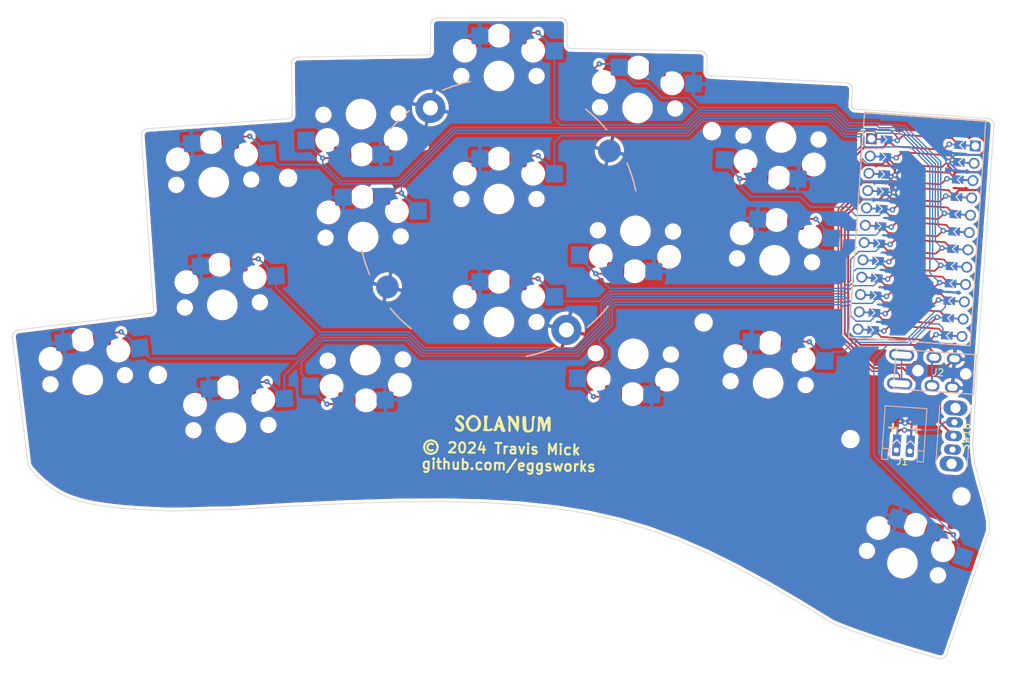
<source format=kicad_pcb>
(kicad_pcb (version 20240108) (generator "pcbnew") (generator_version "8.0")
  (layers (0 "F.Cu" signal) (31 "B.Cu" signal) (34 "B.Paste" user) (35 "F.Paste" user) (36 "B.SilkS" user "B.Silkscreen") (37 "F.SilkS" user "F.Silkscreen") (38 "B.Mask" user) (39 "F.Mask" user) (44 "Edge.Cuts" user))
  (net 0 "")
  (net 1 "GND")
  (net 2 "Net-(J1-Pin_2)")
  (net 3 "SW1")
  (net 4 "SW2")
  (net 5 "SW3")
  (net 6 "SW4")
  (net 7 "SW5")
  (net 8 "SW6")
  (net 9 "SW7")
  (net 10 "SW8")
  (net 11 "SW9")
  (net 12 "SW10")
  (net 13 "SW11")
  (net 14 "SW12")
  (net 15 "SW13")
  (net 16 "SW14")
  (net 17 "SW15")
  (net 18 "SW16")
  (net 19 "SW17")
  (net 20 "RAW")
  (net 22 "RST")
  (net 23 "SERIAL")
  (net 24 "VCC")
  (footprint "Library:MountingHole_2.2mm_M2" (layer "F.Cu") (at 214.389395 128.168866 -4)
    (property "Reference" "H1" (hide yes))
    (property "Value" "MountingHole")
  )
  (footprint "Library:Choc_Hotswap" (layer "F.Cu") (at 166.35136 107.312064 179)
    (property "Reference" "SW14" (hide yes))
    (property "Value" "SW_Push_45deg" (hide yes))
  )
  (footprint "Library:Choc_Hotswap" (layer "F.Cu") (at 126.820286 90.222709 1)
    (property "Reference" "SW7" (hide yes))
    (property "Value" "SW_Push_45deg" (hide yes))
  )
  (footprint "Library:JST_PH_S2B-PH-K_1x02_P2.00mm_Horizontal" (layer "F.Cu") (at 206.834056 121.538655 176)
    (property "Reference" "J1")
    (property "Value" "Battery_Cell")
  )
  (footprint "Library:Choc_Hotswap" (layer "F.Cu") (at 186.087941 111.594195 -3)
    (property "Reference" "SW15" (hide yes))
    (property "Value" "SW_Push_45deg" (hide yes))
  )
  (footprint "Library:Choc_Hotswap" (layer "F.Cu") (at 205.742528 137.92437 -19)
    (property "Reference" "SW16" (hide yes))
    (property "Value" "SW_Push_45deg" (hide yes))
  )
  (footprint "Library:SW_Slide_SPDT_Angled_CK_OS102011MA1Q" (layer "F.Cu") (at 213.074369 121.315122 86)
    (property "Reference" "SW18")
    (property "Value" "SW_SPDT")
  )
  (footprint "Library:MountingHole_2.2mm_M2" (layer "F.Cu") (at 176.653395 102.724866)
    (property "Reference" "H6" (hide yes))
    (property "Value" "MountingHole")
  )
  (footprint "Library:TentingPuck_NoHole" (layer "F.Cu") (at 146.61267 87.565496 31.5)
    (property "Reference" "X1" (hide yes))
    (property "Value" "Tenting puck" (hide yes))
  )
  (footprint "Library:Choc_Hotswap" (layer "F.Cu") (at 126.506143 72.225451 -179)
    (property "Reference" "SW2" (hide yes))
    (property "Value" "SW_Push_45deg" (hide yes))
  )
  (footprint "Library:Choc_Hotswap" (layer "F.Cu") (at 187.972035 75.643532 177)
    (property "Reference" "SW5" (hide yes))
    (property "Value" "SW_Push_45deg" (hide yes))
  )
  (footprint "Library:Choc_Hotswap" (layer "F.Cu") (at 166.665503 89.314806 179)
    (property "Reference" "SW9" (hide yes))
    (property "Value" "SW_Push_45deg" (hide yes))
  )
  (footprint "Library:Choc_Hotswap" (layer "F.Cu") (at 86.5 111.1 7)
    (property "Reference" "SW17" (hide yes))
    (property "Value" "SW_Push_45deg" (hide yes))
  )
  (footprint "Library:MountingHole_2.2mm_M2" (layer "F.Cu") (at 177.853395 74.724866)
    (property "Reference" "H4" (hide yes))
    (property "Value" "MountingHole")
  )
  (footprint "Library:Choc_Hotswap" (layer "F.Cu") (at 187.029988 93.618863 -3)
    (property "Reference" "SW10" (hide yes))
    (property "Value" "SW_Push_45deg" (hide yes))
  )
  (footprint "Library:Choc_Hotswap" (layer "F.Cu") (at 104.956927 82.194069 4)
    (property "Reference" "SW1" (hide yes))
    (property "Value" "SW_Push_45deg" (hide yes))
  )
  (footprint "Library:MountingHole_2.2mm_M2" (layer "F.Cu") (at 115.837395 81.559866)
    (property "Reference" "H5" (hide yes))
    (property "Value" "MountingHole")
  )
  (footprint "Library:Choc_Hotswap" (layer "F.Cu") (at 107.46816 118.106374 4)
    (property "Reference" "SW11" (hide yes))
    (property "Value" "SW_Push_45deg" (hide yes))
  )
  (footprint "Library:MountingHole_2.2mm_M2" (layer "F.Cu") (at 96.787395 110.388866)
    (property "Reference" "H3" (hide yes))
    (property "Value" "MountingHole")
  )
  (footprint "Library:MountingHole_2.2mm_M2" (layer "F.Cu") (at 198.133395 119.786866 -4)
    (property "Reference" "H2" (hide yes))
    (property "Value" "MountingHole")
  )
  (footprint "Library:PJ-320A" (layer "F.Cu") (at 216.498868 110.349947 -94)
    (property "Reference" "J2")
    (property "Value" "AudioJack4" (hide yes))
  )
  (footprint "Library:Choc_Hotswap" (layer "F.Cu") (at 106.212544 100.150221 4)
    (property "Reference" "SW6" (hide yes))
    (property "Value" "SW_Push_45deg" (hide yes))
  )
  (footprint "Library:Choc_Hotswap" (layer "F.Cu") (at 127.134429 108.219968 -179)
    (property "Reference" "SW12" (hide yes))
    (property "Value" "SW_Push_45deg" (hide yes))
  )
  (footprint "Library:Choc_Hotswap" (layer "F.Cu") (at 146.695735 66.644895)
    (property "Reference" "SW3" (hide yes))
    (property "Value" "SW_Push_45deg" (hide yes))
  )
  (footprint "Library:Choc_Hotswap" (layer "F.Cu") (at 146.695735 84.644895)
    (property "Reference" "SW8" (hide yes))
    (property "Value" "SW_Push_45deg" (hide yes))
  )
  (footprint "LOGO" (layer "F.Cu") (at 146.840646 116.84959)
    (property "Reference" "G***" (hide yes))
    (property "Value" "LOGO" (hide yes))
  )
  (footprint "Library:Choc_Hotswap" (layer "F.Cu") (at 146.695735 102.644895)
    (property "Reference" "SW13" (hide yes))
    (property "Value" "SW_Push_45deg" (hide yes))
  )
  (footprint "Library:ProMicro" (layer "B.Cu") (at 207.826586 90.29238 -94)
    (property "Reference" "U1" (hide yes))
    (property "Value" "ProMicro" (hide yes))
  )
  (footprint "Library:Choc_Hotswap" (layer "B.Cu") (at 166.979646 71.317547 179)
    (property "Reference" "SW4" (hide yes))
    (property "Value" "SW_Push_45deg" (hide yes))
  )
  (gr_line (start 176.975798 63.429577) (end 176.948639 63.38999) (stroke (width 0.099999)) (layer "Edge.Cuts"))
  (gr_line (start 211.367487 151.915439) (end 211.414352 151.911334) (stroke (width 0.099999)) (layer "Edge.Cuts"))
  (gr_line (start 137.176574 58.289464) (end 137.136016 58.315444) (stroke (width 0.099999)) (layer "Edge.Cuts"))
  (gr_line (start 218.541671 72.942281) (end 218.496511 72.923757) (stroke (width 0.099999)) (layer "Edge.Cuts"))
  (gr_line (start 94.482816 74.848608) (end 94.459624 74.891728) (stroke (width 0.099999)) (layer "Edge.Cuts"))
  (gr_line (start 156.69141 59.149273) (end 156.678455 62.116035) (stroke (width 0.099999)) (layer "Edge.Cuts"))
  (gr_line (start 176.629537 63.104006) (end 176.58691 63.081205) (stroke (width 0.099999)) (layer "Edge.Cuts"))
  (gr_line (start 75.572372 104.430228) (end 75.555722 104.475607) (stroke (width 0.099999)) (layer "Edge.Cuts"))
  (gr_line (start 75.529006 104.569043) (end 75.519048 104.61696) (stroke (width 0.099999)) (layer "Edge.Cuts"))
  (gr_line (start 156.163507 58.26332) (end 156.119807 58.241278) (stroke (width 0.099999)) (layer "Edge.Cuts"))
  (gr_arc (start 198.787643 71.506038) (mid 198.445886 71.340392) (end 198.319099 70.982389) (stroke (width 0.099999)) (layer "Edge.Cuts"))
  (gr_line (start 116.594232 64.221919) (end 116.563432 64.258476) (stroke (width 0.099999)) (layer "Edge.Cuts"))
  (gr_line (start 156.649225 58.85745) (end 156.634013 58.810929) (stroke (width 0.099999)) (layer "Edge.Cuts"))
  (gr_line (start 212.191686 151.377687) (end 212.212922 151.334078) (stroke (width 0.099999)) (layer "Edge.Cuts"))
  (gr_line (start 98.190113 130.279569) (end 96.027711 130.193372) (stroke (width 0.099999)) (layer "Edge.Cuts"))
  (gr_line (start 156.551038 58.633928) (end 156.524931 58.592361) (stroke (width 0.099999)) (layer "Edge.Cuts"))
  (gr_line (start 176.207504 62.977137) (end 176.1562 62.974872) (stroke (width 0.099999)) (layer "Edge.Cuts"))
  (gr_line (start 91.867113 129.923467) (end 89.913013 129.720373) (stroke (width 0.099999)) (layer "Edge.Cuts"))
  (gr_line (start 156.575033 58.67665) (end 156.551038 58.633928) (stroke (width 0.099999)) (layer "Edge.Cuts"))
  (gr_line (start 75.659641 104.259256) (end 75.634831 104.300278) (stroke (width 0.099999)) (layer "Edge.Cuts"))
  (gr_line (start 136.690812 63.061465) (end 136.694809 59.143873) (stroke (width 0.099999)) (layer "Edge.Cuts"))
  (gr_line (start 137.397631 58.189772) (end 137.351193 58.205474) (stroke (width 0.099999)) (layer "Edge.Cuts"))
  (gr_line (start 75.883586 104.011367) (end 75.846587 104.042086) (stroke (width 0.099999)) (layer "Edge.Cuts"))
  (gr_line (start 78.691314 124.780073) (end 78.218014 124.25887) (stroke (width 0.099999)) (layer "Edge.Cuts"))
  (gr_line (start 211.596844 151.873453) (end 211.640873 151.858803) (stroke (width 0.099999)) (layer "Edge.Cuts"))
  (gr_line (start 137.351193 58.205474) (end 137.305806 58.223356) (stroke (width 0.099999)) (layer "Edge.Cuts"))
  (gr_line (start 75.686355 104.219497) (end 75.659641 104.259256) (stroke (width 0.099999)) (layer "Edge.Cuts"))
  (gr_line (start 116.696515 64.121615) (end 116.660834 64.153426) (stroke (width 0.099999)) (layer "Edge.Cuts"))
  (gr_line (start 216.288906 123.202672) (end 216.885112 125.615171) (stroke (width 0.099999)) (layer "Edge.Cuts"))
  (gr_line (start 117.32621 63.884172) (end 117.275028 63.886355) (stroke (width 0.099999)) (layer "Edge.Cuts"))
  (gr_line (start 177.13731 63.990172) (end 177.105019 66.069096) (stroke (width 0.099999)) (layer "Edge.Cuts"))
  (gr_line (start 211.225036 151.914293) (end 211.272758 151.916956) (stroke (width 0.099999)) (layer "Edge.Cuts"))
  (gr_line (start 219.139523 73.878117) (end 219.1393 73.828729) (stroke (width 0.099999)) (layer "Edge.Cuts"))
  (gr_line (start 198.143085 67.921945) (end 198.108512 67.88877) (stroke (width 0.099999)) (layer "Edge.Cuts"))
  (gr_line (start 137.022779 58.404338) (end 136.988055 58.437412) (stroke (width 0.099999)) (layer "Edge.Cuts"))
  (gr_line (start 117.125985 63.9078) (end 117.07801 63.919705) (stroke (width 0.099999)) (layer "Edge.Cuts"))
  (gr_line (start 137.059056 58.372944) (end 137.022779 58.404338) (stroke (width 0.099999)) (layer "Edge.Cuts"))
  (gr_line (start 80.640113 126.543966) (end 80.174314 126.170766) (stroke (width 0.099999)) (layer "Edge.Cuts"))
  (gr_line (start 137.592635 58.150029) (end 137.542622 58.15638) (stroke (width 0.099999)) (layer "Edge.Cuts"))
  (gr_line (start 137.136016 58.315444) (end 137.096823 58.343291) (stroke (width 0.099999)) (layer "Edge.Cuts"))
  (gr_line (start 137.542622 58.15638) (end 137.493408 58.165162) (stroke (width 0.099999)) (layer "Edge.Cuts"))
  (gr_line (start 211.808505 151.780587) (end 211.847941 151.756314) (stroke (width 0.099999)) (layer "Edge.Cuts"))
  (gr_line (start 94.388866 75.073433) (end 94.376819 75.120745) (stroke (width 0.099999)) (layer "Edge.Cuts"))
  (gr_line (start 218.453395 133.224866) (end 212.249401 151.242765) (stroke (width 0.099999)) (layer "Edge.Cuts"))
  (gr_line (start 94.820189 74.496643) (end 94.779433 74.523621) (stroke (width 0.099999)) (layer "Edge.Cuts"))
  (gr_line (start 211.923351 151.702362) (end 211.959186 151.672757) (stroke (width 0.099999)) (layer "Edge.Cuts"))
  (gr_line (start 107.319194 130.107839) (end 104.842181 130.143382) (stroke (width 0.099999)) (layer "Edge.Cuts"))
  (gr_line (start 75.745278 104.144047) (end 75.714919 104.181071) (stroke (width 0.099999)) (layer "Edge.Cuts"))
  (gr_line (start 116.423012 72.403439) (end 116.343711 64.894572) (stroke (width 0.099999)) (layer "Edge.Cuts"))
  (gr_line (start 136.839918 58.625783) (end 136.815827 58.667618) (stroke (width 0.099999)) (layer "Edge.Cuts"))
  (gr_line (start 218.751153 73.06664) (end 218.711697 73.037668) (stroke (width 0.099999)) (layer "Edge.Cuts"))
  (gr_line (start 75.811167 104.074485) (end 75.777379 104.108496) (stroke (width 0.099999)) (layer "Edge.Cuts"))
  (gr_line (start 79.353514 125.441472) (end 79.001714 125.098966) (stroke (width 0.099999)) (layer "Edge.Cuts"))
  (gr_line (start 116.347753 64.792765) (end 116.34446 64.843349) (stroke (width 0.099999)) (layer "Edge.Cuts"))
  (gr_line (start 219.102375 73.587222) (end 219.088026 73.540596) (stroke (width 0.099999)) (layer "Edge.Cuts"))
  (gr_line (start 198.176026 67.956714) (end 198.143085 67.921945) (stroke (width 0.099999)) (layer "Edge.Cuts"))
  (gr_line (start 136.706468 58.991698) (end 136.700067 59.041704) (stroke (width 0.099999)) (layer "Edge.Cuts"))
  (gr_line (start 218.403563 72.893373) (end 218.355933 72.881593) (stroke (width 0.099999)) (layer "Edge.Cuts"))
  (gr_line (start 177.128085 63.838074) (end 177.120091 63.788807) (stroke (width 0.099999)) (layer "Edge.Cuts"))
  (gr_line (start 211.414352 151.911334) (end 211.46079 151.905045) (stroke (width 0.099999)) (layer "Edge.Cuts"))
  (gr_line (start 95.13523 74.367425) (end 95.087593 74.379218) (stroke (width 0.099999)) (layer "Edge.Cuts"))
  (gr_line (start 211.033397 151.879972) (end 211.081279 151.892176) (stroke (width 0.099999)) (layer "Edge.Cuts"))
  (gr_line (start 79.001714 125.098966) (end 78.691314 124.780073) (stroke (width 0.099999)) (layer "Edge.Cuts"))
  (gr_line (start 219.071421 73.494725) (end 219.052588 73.449694) (stroke (width 0.099999)) (layer "Edge.Cuts"))
  (gr_line (start 136.7153 58.942493) (end 136.706468 58.991698) (stroke (width 0.099999)) (layer "Edge.Cuts"))
  (gr_line (start 211.506732 151.896611) (end 211.552107 151.886068) (stroke (width 0.099999)) (layer "Edge.Cuts"))
  (gr_line (start 77.758214 123.45477) (end 77.801554 123.573089) (stroke (width 0.099999)) (layer "Edge.Cuts"))
  (gr_line (start 219.124193 73.682401) (end 219.11444 73.634518) (stroke (width 0.099999)) (layer "Edge.Cuts"))
  (gr_arc (start 177.574025 66.575903) (mid 177.238025 66.416448) (end 177.105019 66.069096) (stroke (width 0.099999)) (layer "Edge.Cuts"))
  (gr_line (start 155.741132 58.146108) (end 155.691402 58.144873) (stroke (width 0.099999)) (layer "Edge.Cuts"))
  (gr_line (start 211.320265 151.917326) (end 211.367487 151.915439) (stroke (width 0.099999)) (layer "Edge.Cuts"))
  (gr_line (start 218.453395 131.724866) (end 218.453395 133.224866) (stroke (width 0.099999)) (layer "Edge.Cuts"))
  (gr_line (start 89.913013 129.720373) (end 88.072513 129.458669) (stroke (width 0.099999)) (layer "Edge.Cuts"))
  (gr_line (start 211.99368 151.641448) (end 212.026763 151.608473) (stroke (width 0.099999)) (layer "Edge.Cuts"))
  (gr_line (start 80.174314 126.170766) (end 79.744914 125.801069) (stroke (width 0.099999)) (layer "Edge.Cuts"))
  (gr_line (start 79.744914 125.801069) (end 79.353514 125.441472) (stroke (width 0.099999)) (layer "Edge.Cuts"))
  (gr_line (start 136.793727 58.710695) (end 136.773682 58.754949) (stroke (width 0.099999)) (layer "Edge.Cuts"))
  (gr_line (start 94.508153 74.80658) (end 94.482816 74.848608) (stroke (width 0.099999)) (layer "Edge.Cuts"))
  (gr_line (start 216.288906 123.202672) (end 216.288906 123.202665) (stroke (width 0.099999)) (layer "Edge.Cuts"))
  (gr_line (start 198.432597 68.574111) (end 198.428733 68.523913) (stroke (width 0.099999)) (layer "Edge.Cuts"))
  (gr_line (start 211.959186 151.672757) (end 211.99368 151.641448) (stroke (width 0.099999)) (layer "Edge.Cuts"))
  (gr_line (start 86.367713 129.128766) (end 85.573013 128.935071) (stroke (width 0.099999)) (layer "Edge.Cuts"))
  (gr_line (start 218.307639 72.872139) (end 218.258761 72.865053) (stroke (width 0.099999)) (layer "Edge.Cuts"))
  (gr_line (start 117.224555 63.891062) (end 117.174854 63.898231) (stroke (width 0.099999)) (layer "Edge.Cuts"))
  (gr_line (start 116.853671 64.012076) (end 116.812339 64.036679) (stroke (width 0.099999)) (layer "Edge.Cuts"))
  (gr_line (start 114.235111 73.020872) (end 115.955871 72.90764) (stroke (width 0.099999)) (layer "Edge.Cuts"))
  (gr_line (start 137.261531 58.243358) (end 137.218433 58.265414) (stroke (width 0.099999)) (layer "Edge.Cuts"))
  (gr_line (start 198.432705 68.676272) (end 198.319099 70.982389) (stroke (width 0.099999)) (layer "Edge.Cuts"))
  (gr_line (start 177.064981 63.600587) (end 177.045726 63.556063) (stroke (width 0.099999)) (layer "Edge.Cuts"))
  (gr_line (start 177.082106 63.646187) (end 177.064981 63.600587) (stroke (width 0.099999)) (layer "Edge.Cuts"))
  (gr_line (start 185.760594 140.912561) (end 181.286423 138.481073) (stroke (width 0.099999)) (layer "Edge.Cuts"))
  (gr_line (start 198.428733 68.523913) (end 198.422406 68.474392) (stroke (width 0.099999)) (layer "Edge.Cuts"))
  (gr_line (start 155.935829 58.175198) (end 155.887953 58.164372) (stroke (width 0.099999)) (layer "Edge.Cuts"))
  (gr_line (start 198.389248 68.330537) (end 198.373667 68.284375) (stroke (width 0.099999)) (layer "Edge.Cuts"))
  (gr_line (start 88.072513 129.458669) (end 87.201713 129.302869) (stroke (width 0.099999)) (layer "Edge.Cuts"))
  (gr_line (start 219.131606 73.730787) (end 219.124193 73.682401) (stroke (width 0.099999)) (layer "Edge.Cuts"))
  (gr_line (start 198.336066 68.195126) (end 198.314165 68.152172) (stroke (width 0.099999)) (layer "Edge.Cuts"))
  (gr_line (start 198.422406 68.474392) (end 198.413677 68.425611) (stroke (width 0.099999)) (layer "Edge.Cuts"))
  (gr_line (start 211.177168 151.9093) (end 211.225036 151.914293) (stroke (width 0.099999)) (layer "Edge.Cuts"))
  (gr_line (start 211.768011 151.803009) (end 211.808505 151.780587) (stroke (width 0.099999)) (layer "Edge.Cuts"))
  (gr_line (start 78.218014 124.25887) (end 78.122758 124.140763) (stroke (width 0.099999)) (layer "Edge.Cuts"))
  (gr_line (start 76.379214 103.804269) (end 76.328438 103.811911) (stroke (width 0.099999)) (layer "Edge.Cuts"))
  (gr_line (start 216.885097 125.615171) (end 217.713192 128.474767) (stroke (width 0.099999)) (layer "Edge.Cuts"))
  (gr_line (start 136.740005 58.846741) (end 136.7265 58.894153) (stroke (width 0.099999)) (layer "Edge.Cuts"))
  (gr_line (start 176.98123 136.361503) (end 172.759355 134.539706) (stroke (width 0.099999)) (layer "Edge.Cuts"))
  (gr_line (start 81.673614 127.273671) (end 81.140413 126.913869) (stroke (width 0.099999)) (layer "Edge.Cuts"))
  (gr_line (start 218.78923 73.097582) (end 218.751153 73.06664) (stroke (width 0.099999)) (layer "Edge.Cuts"))
  (gr_line (start 155.83949 58.155892) (end 155.790522 58.149793) (stroke (width 0.099999)) (layer "Edge.Cuts"))
  (gr_line (start 75.541249 104.521902) (end 75.529006 104.569043) (stroke (width 0.099999)) (layer "Edge.Cuts"))
  (gr_line (start 156.672772 58.952637) (end 156.662156 58.904713) (stroke (width 0.099999)) (layer "Edge.Cuts"))
  (gr_line (start 117.32621 63.884172) (end 136.199376 63.560882) (stroke (width 0.099999)) (layer "Edge.Cuts"))
  (gr_line (start 198.35592 68.239216) (end 198.336066 68.195126) (stroke (width 0.099999)) (layer "Edge.Cuts"))
  (gr_line (start 75.503146 104.815001) (end 75.505425 104.865757) (stroke (width 0.099999)) (layer "Edge.Cuts"))
  (gr_line (start 116.62672 64.186882) (end 116.594232 64.221919) (stroke (width 0.099999)) (layer "Edge.Cuts"))
  (gr_line (start 176.888913 63.315057) (end 176.856469 63.279839) (stroke (width 0.099999)) (layer "Edge.Cuts"))
  (gr_line (start 95.040701 74.393299) (end 94.994633 74.409629) (stroke (width 0.099999)) (layer "Edge.Cuts"))
  (gr_line (start 117.07801 63.919705) (end 117.030989 63.933884) (stroke (width 0.099999)) (layer "Edge.Cuts"))
  (gr_line (start 82.831813 127.935972) (end 82.237914 127.616567) (stroke (width 0.099999)) (layer "Edge.Cuts"))
  (gr_line (start 94.779433 74.523621) (end 94.739977 74.552611) (stroke (width 0.099999)) (layer "Edge.Cuts"))
  (gr_line (start 117.174854 63.898231) (end 117.125985 63.9078) (stroke (width 0.099999)) (layer "Edge.Cuts"))
  (gr_line (start 211.847941 151.756314) (end 211.886246 151.730226) (stroke (width 0.099999)) (layer "Edge.Cuts"))
  (gr_line (start 196.994007 147.342573) (end 195.558506 146.767866) (stroke (width 0.099999)) (layer "Edge.Cuts"))
  (gr_line (start 101.642562 130.242368) (end 99.299713 130.300565) (stroke (width 0.099999)) (layer "Edge.Cuts"))
  (gr_line (start 219.1393 73.828729) (end 219.136651 73.779591) (stroke (width 0.099999)) (layer "Edge.Cuts"))
  (gr_line (start 177.109722 63.740361) (end 177.09704 63.6928) (stroke (width 0.099999)) (layer "Edge.Cuts"))
  (gr_line (start 168.53514 133.001539) (end 164.222925 131.732858) (stroke (width 0.099999)) (layer "Edge.Cuts"))
  (gr_line (start 176.919656 63.351795) (end 176.888913 63.315057) (stroke (width 0.099999)) (layer "Edge.Cuts"))
  (gr_line (start 156.247575 58.31379) (end 156.206124 58.287502) (stroke (width 0.099999)) (layer "Edge.Cuts"))
  (gr_line (start 198.433941 68.624919) (end 198.432597 68.574111) (stroke (width 0.099999)) (layer "Edge.Cuts"))
  (gr_line (start 177.13731 63.990172) (end 177.137203 63.990172) (stroke (width 0.099999)) (layer "Edge.Cuts"))
  (gr_line (start 176.74955 63.18394) (end 176.710919 63.155437) (stroke (width 0.099999)) (layer "Edge.Cuts"))
  (gr_line (start 181.286423 138.481073) (end 176.98123 136.361503) (stroke (width 0.099999)) (layer "Edge.Cuts"))
  (gr_line (start 155.887953 58.164372) (end 155.83949 58.155892) (stroke (width 0.099999)) (layer "Edge.Cuts"))
  (gr_line (start 94.354112 75.413974) (end 94.354112 75.41397) (stroke (width 0.099999)) (layer "Edge.Cuts"))
  (gr_line (start 218.89439 73.201838) (end 218.860927 73.165221) (stroke (width 0.099999)) (layer "Edge.Cuts"))
  (gr_line (start 94.59675 74.687885) (end 94.565148 74.726134) (stroke (width 0.099999)) (layer "Edge.Cuts"))
  (gr_line (start 177.133642 63.8881) (end 177.128085 63.838074) (stroke (width 0.099999)) (layer "Edge.Cuts"))
  (gr_line (start 75.61198 104.342494) (end 75.591142 104.385834) (stroke (width 0.099999)) (layer "Edge.Cuts"))
  (gr_line (start 136.988055 58.437412) (end 136.954946 58.472104) (stroke (width 0.099999)) (layer "Edge.Cuts"))
  (gr_line (start 211.129226 151.90194) (end 211.177168 151.9093) (stroke (width 0.099999)) (layer "Edge.Cuts"))
  (gr_line (start 144.380875 129.070113) (end 138.34377 128.936702) (stroke (width 0.099999)) (layer "Edge.Cuts"))
  (gr_line (start 218.585849 72.962974) (end 218.541671 72.942281) (stroke (width 0.099999)) (layer "Edge.Cuts"))
  (gr_line (start 103.06751 130.188012) (end 101.642562 130.242368) (stroke (width 0.099999)) (layer "Edge.Cuts"))
  (gr_line (start 176.1562 62.974872) (end 176.156208 62.974872) (stroke (width 0.099999)) (layer "Edge.Cuts"))
  (gr_line (start 75.511428 104.665584) (end 75.506202 104.714845) (stroke (width 0.099999)) (layer "Edge.Cuts"))
  (gr_line (start 218.925997 73.240068) (end 218.89439 73.201838) (stroke (width 0.099999)) (layer "Edge.Cuts"))
  (gr_line (start 136.923516 58.508349) (end 136.893825 58.546086) (stroke (width 0.099999)) (layer "Edge.Cuts"))
  (gr_line (start 197.955077 67.773317) (end 197.913228 67.749094) (stroke (width 0.099999)) (layer "Edge.Cuts"))
  (gr_line (start 218.955545 73.279642) (end 218.925997 73.240068) (stroke (width 0.099999)) (layer "Edge.Cuts"))
  (gr_line (start 156.287779 58.34215) (end 156.247575 58.31379) (stroke (width 0.099999)) (layer "Edge.Cuts"))
  (gr_line (start 87.201713 129.302869) (end 86.367714 129.128766) (stroke (width 0.099999)) (layer "Edge.Cuts"))
  (gr_line (start 95.183531 74.35796) (end 95.13523 74.367425) (stroke (width 0.099999)) (layer "Edge.Cuts"))
  (gr_arc (start 78.122758 124.140763) (mid 77.938865 123.870105) (end 77.801554 123.573089) (stroke (width 0.099999)) (layer "Edge.Cuts"))
  (gr_line (start 197.913228 67.749094) (end 197.870103 67.726857) (stroke (width 0.099999)) (layer "Edge.Cuts"))
  (gr_line (start 94.359696 75.217043) (end 94.354675 75.26586) (stroke (width 0.099999)) (layer "Edge.Cuts"))
  (gr_line (start 198.505306 147.911168) (end 196.994007 147.342573) (stroke (width 0.099999)) (layer "Edge.Cuts"))
  (gr_line (start 197.637386 67.647778) (end 197.587839 67.638841) (stroke (width 0.099999)) (layer "Edge.Cuts"))
  (gr_line (start 137.445057 58.176314) (end 137.397631 58.189772) (stroke (width 0.099999)) (layer "Edge.Cuts"))
  (gr_line (start 116.660834 64.153426) (end 116.62672 64.186882) (stroke (width 0.099999)) (layer "Edge.Cuts"))
  (gr_line (start 201.638904 149.006971) (end 201.638912 149.006963) (stroke (width 0.099999)) (layer "Edge.Cuts"))
  (gr_line (start 95.206812 101.45577) (end 95.712232 101.388873) (stroke (width 0.099999)) (layer "Edge.Cuts"))
  (gr_line (start 94.535606 74.765727) (end 94.508153 74.80658) (stroke (width 0.099999)) (layer "Edge.Cuts"))
  (gr_line (start 211.081279 151.892176) (end 211.129226 151.90194) (stroke (width 0.099999)) (layer "Edge.Cuts"))
  (gr_line (start 156.634013 58.810929) (end 156.616555 58.765234) (stroke (width 0.099999)) (layer "Edge.Cuts"))
  (gr_line (start 177.024403 63.512677) (end 177.001073 63.470494) (stroke (width 0.099999)) (layer "Edge.Cuts"))
  (gr_line (start 76.04628 103.906689) (end 76.003511 103.92999) (stroke (width 0.099999)) (layer "Edge.Cuts"))
  (gr_line (start 197.587839 67.638841) (end 197.53743 67.63235) (stroke (width 0.099999)) (layer "Edge.Cuts"))
  (gr_line (start 198.432705 68.676272) (end 198.433941 68.624919) (stroke (width 0.099999)) (layer "Edge.Cuts"))
  (gr_line (start 136.865939 58.585251) (end 136.839918 58.625783) (stroke (width 0.099999)) (layer "Edge.Cuts"))
  (gr_line (start 197.486217 67.628371) (end 197.486202 67.628372) (stroke (width 0.099999)) (layer "Edge.Cuts"))
  (gr_line (start 94.905286 74.448876) (end 94.862167 74.471715) (stroke (width 0.099999)) (layer "Edge.Cuts"))
  (gr_line (start 176.670894 63.128771) (end 176.629537 63.104006) (stroke (width 0.099999)) (layer "Edge.Cuts"))
  (gr_line (start 95.281812 74.346172) (end 114.235111 73.020872) (stroke (width 0.099999)) (layer "Edge.Cuts"))
  (gr_line (start 219.136651 73.779591) (end 219.131606 73.730787) (stroke (width 0.099999)) (layer "Edge.Cuts"))
  (gr_line (start 177.136702 63.938821) (end 177.133642 63.8881) (stroke (width 0.099999)) (layer "Edge.Cuts"))
  (gr_line (start 95.087593 74.379218) (end 95.040701 74.393299) (stroke (width 0.099999)) (layer "Edge.Cuts"))
  (gr_line (start 76.328438 103.811911) (end 76.278642 103.821999) (stroke (width 0.099999)) (layer "Edge.Cuts"))
  (gr_line (start 76.135685 103.866241) (end 76.090356 103.885416) (stroke (width 0.099999)) (layer "Edge.Cuts"))
  (gr_line (start 154.991856 129.947378) (end 149.901684 129.40229) (stroke (width 0.099999)) (layer "Edge.Cuts"))
  (gr_line (start 94.438605 74.935854) (end 94.419786 74.980903) (stroke (width 0.099999)) (layer "Edge.Cuts"))
  (gr_line (start 211.272758 151.916956) (end 211.320265 151.917326) (stroke (width 0.099999)) (layer "Edge.Cuts"))
  (gr_line (start 136.755754 58.800318) (end 136.740005 58.846741) (stroke (width 0.099999)) (layer "Edge.Cuts"))
  (gr_line (start 219.088026 73.540596) (end 219.071421 73.494725) (stroke (width 0.099999)) (layer "Edge.Cuts"))
  (gr_line (start 156.400074 58.439316) (end 156.36411 58.404948) (stroke (width 0.099999)) (layer "Edge.Cuts"))
  (gr_line (start 94.351855 75.36441) (end 94.354112 75.413974) (stroke (width 0.099999)) (layer "Edge.Cuts"))
  (gr_line (start 197.53743 67.63235) (end 197.486217 67.628371) (stroke (width 0.099999)) (layer "Edge.Cuts"))
  (gr_line (start 116.534382 64.29649) (end 116.507141 64.335896) (stroke (width 0.099999)) (layer "Edge.Cuts"))
  (gr_line (start 84.820613 128.720769) (end 84.113213 128.484372) (stroke (width 0.099999)) (layer "Edge.Cuts"))
  (gr_line (start 136.893825 58.546086) (end 136.865939 58.585251) (stroke (width 0.099999)) (layer "Edge.Cuts"))
  (gr_line (start 75.555722 104.475607) (end 75.541249 104.521902) (stroke (width 0.099999)) (layer "Edge.Cuts"))
  (gr_line (start 176.856469 63.279839) (end 176.822386 63.246205) (stroke (width 0.099999)) (layer "Edge.Cuts"))
  (gr_line (start 209.826992 151.541067) (end 207.533001 150.868673) (stroke (width 0.099999)) (layer "Edge.Cuts"))
  (gr_line (start 212.232183 151.289096) (end 212.249401 151.24278) (stroke (width 0.099999)) (layer "Edge.Cuts"))
  (gr_line (start 116.896263 63.989432) (end 116.853671 64.012076) (stroke (width 0.099999)) (layer "Edge.Cuts"))
  (gr_line (start 138.34377 128.936702) (end 131.704708 128.987913) (stroke (width 0.099999)) (layer "Edge.Cuts"))
  (gr_arc (start 136.690812 63.061465) (mid 136.547202 63.411649) (end 136.199376 63.560882) (stroke (width 0.099999)) (layer "Edge.Cuts"))
  (gr_line (start 116.481772 64.376633) (end 116.458336 64.418638) (stroke (width 0.099999)) (layer "Edge.Cuts"))
  (gr_line (start 156.681039 59.001137) (end 156.672772 58.952637) (stroke (width 0.099999)) (layer "Edge.Cuts"))
  (gr_line (start 198.402605 68.377638) (end 198.389248 68.330537) (stroke (width 0.099999)) (layer "Edge.Cuts"))
  (gr_line (start 201.638904 149.006971) (end 198.505306 147.911168) (stroke (width 0.099999)) (layer "Edge.Cuts"))
  (gr_line (start 156.119807 58.241278) (end 156.075106 58.22141) (stroke (width 0.099999)) (layer "Edge.Cuts"))
  (gr_line (start 157.169057 62.61813) (end 176.156208 62.974872) (stroke (width 0.099999)) (layer "Edge.Cuts"))
  (gr_line (start 94.367087 75.168643) (end 94.359696 75.217043) (stroke (width 0.099999)) (layer "Edge.Cuts"))
  (gr_line (start 94.403197 75.026791) (end 94.388866 75.073433) (stroke (width 0.099999)) (layer "Edge.Cuts"))
  (gr_line (start 94.739977 74.552611) (end 94.701901 74.583572) (stroke (width 0.099999)) (layer "Edge.Cuts"))
  (gr_line (start 75.714919 104.181071) (end 75.686355 104.219497) (stroke (width 0.099999)) (layer "Edge.Cuts"))
  (gr_line (start 176.452017 63.025225) (end 176.40492 63.010917) (stroke (width 0.099999)) (layer "Edge.Cuts"))
  (gr_line (start 116.772328 64.063178) (end 116.733699 64.091511) (stroke (width 0.099999)) (layer "Edge.Cuts"))
  (gr_line (start 176.40492 63.010917) (end 176.356858 62.99889) (stroke (width 0.099999)) (layer "Edge.Cuts"))
  (gr_arc (start 157.169057 62.61813) (mid 156.820853 62.467639) (end 156.678455 62.116035) (stroke (width 0.099999)) (layer "Edge.Cuts"))
  (gr_line (start 76.229882 103.834463) (end 76.182212 103.849234) (stroke (width 0.099999)) (layer "Edge.Cuts"))
  (gr_line (start 137.493408 58.165162) (end 137.445057 58.176314) (stroke (width 0.099999)) (layer "Edge.Cuts"))
  (gr_line (start 116.361725 64.693765) (end 116.353528 64.742883) (stroke (width 0.099999)) (layer "Edge.Cuts"))
  (gr_line (start 197.68601 67.659095) (end 197.637386 67.647778) (stroke (width 0.099999)) (layer "Edge.Cuts"))
  (gr_line (start 164.222925 131.732858) (end 159.73705 130.719519) (stroke (width 0.099999)) (layer "Edge.Cuts"))
  (gr_line (start 96.145389 100.858083) (end 94.354112 75.41397) (stroke (width 0.099999)) (layer "Edge.Cuts"))
  (gr_line (start 156.662156 58.904713) (end 156.649225 58.85745) (stroke (width 0.099999)) (layer "Edge.Cuts"))
  (gr_line (start 198.373667 68.284375) (end 198.35592 68.239216) (stroke (width 0.099999)) (layer "Edge.Cuts"))
  (gr_line (start 76.278642 103.821999) (end 76.229882 103.834463) (stroke (width 0.099999)) (layer "Edge.Cuts"))
  (gr_line (start 197.995589 67.799462) (end 197.955077 67.773317) (stroke (width 0.099999)) (layer "Edge.Cuts"))
  (gr_line (start 136.69616 59.09245) (end 136.694809 59.143873) (stroke (width 0.099999)) (layer "Edge.Cuts"))
  (gr_line (start 116.372282 64.645475) (end 116.361725 64.693765) (stroke (width 0.099999)) (layer "Edge.Cuts"))
  (gr_line (start 137.694809 58.144873) (end 155.691402 58.144873) (stroke (width 0.099999)) (layer "Edge.Cuts"))
  (gr_arc (start 96.145389 100.858083) (mid 96.034008 101.209331) (end 95.712232 101.388873) (stroke (width 0.099999)) (layer "Edge.Cuts"))
  (gr_line (start 155.983035 58.188336) (end 155.935829 58.175198) (stroke (width 0.099999)) (layer "Edge.Cuts"))
  (gr_line (start 136.7265 58.894153) (end 136.7153 58.942493) (stroke (width 0.099999)) (layer "Edge.Cuts"))
  (gr_line (start 95.281812 74.346172) (end 95.232419 74.350862) (stroke (width 0.099999)) (layer "Edge.Cuts"))
  (gr_line (start 116.27808 129.587625) (end 107.319194 130.107839) (stroke (width 0.099999)) (layer "Edge.Cuts"))
  (gr_line (start 75.506202 104.714845) (end 75.503423 104.764674) (stroke (width 0.099999)) (layer "Edge.Cuts"))
  (gr_line (start 218.670942 73.010707) (end 218.628966 72.985796) (stroke (width 0.099999)) (layer "Edge.Cuts"))
  (gr_line (start 75.634831 104.300278) (end 75.61198 104.342494) (stroke (width 0.099999)) (layer "Edge.Cuts"))
  (gr_line (start 75.519048 104.61696) (end 75.511428 104.665584) (stroke (width 0.099999)) (layer "Edge.Cuts"))
  (gr_line (start 197.780256 67.688609) (end 197.733653 67.672727) (stroke (width 0.099999)) (layer "Edge.Cuts"))
  (gr_line (start 116.34446 64.843349) (end 116.343711 64.894572) (stroke (width 0.099999)) (layer "Edge.Cuts"))
  (gr_line (start 218.258761 72.865053) (end 218.209377 72.860372) (stroke (width 0.099999)) (layer "Edge.Cuts"))
  (gr_line (start 176.356858 62.99889) (end 176.307895 62.989209) (stroke (width 0.099999)) (layer "Edge.Cuts"))
  (gr_line (start 156.69141 59.149273) (end 156.690392 59.099538) (stroke (width 0.099999)) (layer "Edge.Cuts"))
  (gr_line (start 198.314165 68.152172) (end 198.290277 68.110417) (stroke (width 0.099999)) (layer "Edge.Cuts"))
  (gr_line (start 198.072366 67.857254) (end 198.034705 67.827463) (stroke (width 0.099999)) (layer "Edge.Cuts"))
  (gr_line (start 211.46079 151.905045) (end 211.506732 151.896611) (stroke (width 0.099999)) (layer "Edge.Cuts"))
  (gr_line (start 75.510314 104.916871) (end 75.510314 104.916868) (stroke (width 0.099999)) (layer "Edge.Cuts"))
  (gr_line (start 176.498088 63.041751) (end 176.452017 63.025225) (stroke (width 0.099999)) (layer "Edge.Cuts"))
  (gr_line (start 197.870103 67.726857) (end 197.825759 67.706674) (stroke (width 0.099999)) (layer "Edge.Cuts"))
  (gr_line (start 212.143575 151.460644) (end 212.168547 151.419888) (stroke (width 0.099999)) (layer "Edge.Cuts"))
  (gr_line (start 197.825759 67.706674) (end 197.780256 67.688609) (stroke (width 0.099999)) (layer "Edge.Cuts"))
  (gr_line (start 156.524931 58.592361) (end 156.496748 58.552034) (stroke (width 0.099999)) (layer "Edge.Cuts"))
  (gr_line (start 94.565148 74.726134) (end 94.535606 74.765727) (stroke (width 0.099999)) (layer "Edge.Cuts"))
  (gr_line (start 176.58691 63.081205) (end 176.543073 63.060433) (stroke (width 0.099999)) (layer "Edge.Cuts"))
  (gr_line (start 218.450448 72.907441) (end 218.403563 72.893373) (stroke (width 0.099999)) (layer "Edge.Cuts"))
  (gr_line (start 94.701901 74.583572) (end 94.665285 74.616464) (stroke (width 0.099999)) (layer "Edge.Cuts"))
  (gr_line (start 204.725902 150.008367) (end 201.638912 149.006963) (stroke (width 0.099999)) (layer "Edge.Cuts"))
  (gr_line (start 156.029488 58.203751) (end 155.983035 58.188336) (stroke (width 0.099999)) (layer "Edge.Cuts"))
  (gr_line (start 204.725902 150.008367) (end 204.725902 150.008375) (stroke (width 0.099999)) (layer "Edge.Cuts"))
  (gr_line (start 94.862167 74.471715) (end 94.820189 74.496643) (stroke (width 0.099999)) (layer "Edge.Cuts"))
  (gr_line (start 136.773682 58.754949) (end 136.755754 58.800318) (stroke (width 0.099999)) (layer "Edge.Cuts"))
  (gr_line (start 93.912712 130.077871) (end 91.867113 129.923467) (stroke (width 0.099999)) (layer "Edge.Cuts"))
  (gr_line (start 218.355933 72.881593) (end 218.307639 72.872139) (stroke (width 0.099999)) (layer "Edge.Cuts"))
  (gr_line (start 217.713192 128.474767) (end 218.453395 131.724866) (stroke (width 0.099999)) (layer "Edge.Cuts"))
  (gr_line (start 198.290277 68.110417) (end 198.264459 68.069929) (stroke (width 0.099999)) (layer "Edge.Cuts"))
  (gr_line (start 82.237914 127.616567) (end 81.673614 127.273671) (stroke (width 0.099999)) (layer "Edge.Cuts"))
  (gr_line (start 211.640873 151.858803) (end 211.684124 151.842154) (stroke (width 0.099999)) (layer "Edge.Cuts"))
  (gr_line (start 75.92211 103.982398) (end 75.883586 104.011367) (stroke (width 0.099999)) (layer "Edge.Cuts"))
  (gr_line (start 219.052588 73.449694) (end 219.031556 73.405585) (stroke (width 0.099999)) (layer "Edge.Cuts"))
  (gr_line (start 116.940054 63.96881) (end 116.896263 63.989432) (stroke (width 0.099999)) (layer "Edge.Cuts"))
  (gr_line (start 94.376819 75.120745) (end 94.367087 75.168643) (stroke (width 0.099999)) (layer "Edge.Cuts"))
  (gr_line (start 176.786726 63.214217) (end 176.74955 63.18394) (stroke (width 0.099999)) (layer "Edge.Cuts"))
  (gr_line (start 156.36411 58.404948) (end 156.326651 58.372547) (stroke (width 0.099999)) (layer "Edge.Cuts"))
  (gr_line (start 149.901684 129.40229) (end 144.380875 129.070113) (stroke (width 0.099999)) (layer "Edge.Cuts"))
  (gr_line (start 131.704708 128.987913) (end 124.378031 129.209602) (stroke (width 0.099999)) (layer "Edge.Cuts"))
  (gr_line (start 75.505425 104.865757) (end 75.510314 104.916871) (stroke (width 0.099999)) (layer "Edge.Cuts"))
  (gr_line (start 177.574025 66.575903) (end 178.509204 66.633871) (stroke (width 0.099999)) (layer "Edge.Cuts"))
  (gr_line (start 156.434285 58.475429) (end 156.400074 58.439316) (stroke (width 0.099999)) (layer "Edge.Cuts"))
  (gr_line (start 219.137294 73.927672) (end 219.139523 73.878117) (stroke (width 0.099999)) (layer "Edge.Cuts"))
  (gr_line (start 94.459624 74.891728) (end 94.438605 74.935854) (stroke (width 0.099999)) (layer "Edge.Cuts"))
  (gr_line (start 218.628966 72.985796) (end 218.585849 72.962974) (stroke (width 0.099999)) (layer "Edge.Cuts"))
  (gr_line (start 116.507141 64.335896) (end 116.481772 64.376633) (stroke (width 0.099999)) (layer "Edge.Cuts"))
  (gr_line (start 124.378031 129.209602) (end 116.27808 129.587625) (stroke (width 0.099999)) (layer "Edge.Cuts"))
  (gr_line (start 177.001073 63.470494) (end 176.975798 63.429577) (stroke (width 0.099999)) (layer "Edge.Cuts"))
  (gr_line (start 94.630208 74.651248) (end 94.59675 74.687885) (stroke (width 0.099999)) (layer "Edge.Cuts"))
  (gr_line (start 211.033397 151.879972) (end 209.826992 151.541067) (stroke (width 0.099999)) (layer "Edge.Cuts"))
  (gr_line (start 136.815827 58.667618) (end 136.793727 58.710695) (stroke (width 0.099999)) (layer "Edge.Cuts"))
  (gr_line (start 190.489401 143.67011) (end 185.760594 140.912561) (stroke (width 0.099999)) (layer "Edge.Cuts"))
  (gr_line (start 216.885097 125.615171) (end 216.885112 125.615171) (stroke (width 0.099999)) (layer "Edge.Cuts"))
  (gr_line (start 195.558506 146.767866) (end 190.489401 143.67011) (stroke (width 0.099999)) (layer "Edge.Cuts"))
  (gr_line (start 136.954946 58.472104) (end 136.923516 58.508349) (stroke (width 0.099999)) (layer "Edge.Cuts"))
  (gr_line (start 198.108512 67.88877) (end 198.072366 67.857254) (stroke (width 0.099999)) (layer "Edge.Cuts"))
  (gr_line (start 96.027711 130.193372) (end 93.912712 130.077871) (stroke (width 0.099999)) (layer "Edge.Cuts"))
  (gr_line (start 218.983007 73.320475) (end 218.955545 73.279642) (stroke (width 0.099999)) (layer "Edge.Cuts"))
  (gr_line (start 77.758214 123.45477) (end 75.510314 104.916868) (stroke (width 0.099999)) (layer "Edge.Cuts"))
  (gr_line (start 211.552107 151.886068) (end 211.596844 151.873453) (stroke (width 0.099999)) (layer "Edge.Cuts"))
  (gr_line (start 176.258089 62.981937) (end 176.207504 62.977137) (stroke (width 0.099999)) (layer "Edge.Cuts"))
  (gr_line (start 212.168547 151.419888) (end 212.191686 151.377687) (stroke (width 0.099999)) (layer "Edge.Cuts"))
  (gr_line (start 198.787643 71.506038) (end 199.255703 71.534972) (stroke (width 0.099999)) (layer "Edge.Cuts"))
  (gr_line (start 117.275028 63.886355) (end 117.224555 63.891062) (stroke (width 0.099999)) (layer "Edge.Cuts"))
  (gr_line (start 94.419786 74.980903) (end 94.403197 75.026791) (stroke (width 0.099999)) (layer "Edge.Cuts"))
  (gr_line (start 94.949468 74.428168) (end 94.905286 74.448876) (stroke (width 0.099999)) (layer "Edge.Cuts"))
  (gr_line (start 156.466521 58.513029) (end 156.434285 58.475429) (stroke (width 0.099999)) (layer "Edge.Cuts"))
  (gr_line (start 94.665285 74.616464) (end 94.630208 74.651248) (stroke (width 0.099999)) (layer "Edge.Cuts"))
  (gr_line (start 198.207275 67.993012) (end 198.176026 67.956714) (stroke (width 0.099999)) (layer "Edge.Cuts"))
  (gr_line (start 156.596883 58.720447) (end 156.575033 58.67665) (stroke (width 0.099999)) (layer "Edge.Cuts"))
  (gr_line (start 83.453413 128.224866) (end 82.831813 127.935972) (stroke (width 0.099999)) (layer "Edge.Cuts"))
  (gr_line (start 156.496748 58.552034) (end 156.466521 58.513029) (stroke (width 0.099999)) (layer "Edge.Cuts"))
  (gr_line (start 137.096823 58.343291) (end 137.059056 58.372944) (stroke (width 0.099999)) (layer "Edge.Cuts"))
  (gr_line (start 94.354675 75.26586) (end 94.352052 75.31501) (stroke (width 0.099999)) (layer "Edge.Cuts"))
  (gr_line (start 176.307895 62.989209) (end 176.258089 62.981937) (stroke (width 0.099999)) (layer "Edge.Cuts"))
  (gr_line (start 178.509204 66.633871) (end 197.486202 67.628372) (stroke (width 0.099999)) (layer "Edge.Cuts"))
  (gr_line (start 76.379214 103.804269) (end 95.206812 101.45577) (stroke (width 0.099999)) (layer "Edge.Cuts"))
  (gr_line (start 156.326651 58.372547) (end 156.287779 58.34215) (stroke (width 0.099999)) (layer "Edge.Cuts"))
  (gr_line (start 218.711697 73.037668) (end 218.670942 73.010707) (stroke (width 0.099999)) (layer "Edge.Cuts"))
  (gr_line (start 177.120091 63.788807) (end 177.109722 63.740361) (stroke (width 0.099999)) (layer "Edge.Cuts"))
  (gr_line (start 216.097301 121.375867) (end 216.288906 123.202665) (stroke (width 0.099999)) (layer "Edge.Cuts"))
  (gr_line (start 94.352052 75.31501) (end 94.351855 75.36441) (stroke (width 0.099999)) (layer "Edge.Cuts"))
  (gr_line (start 75.777379 104.108496) (end 75.745278 104.144047) (stroke (width 0.099999)) (layer "Edge.Cuts"))
  (gr_line (start 116.353528 64.742883) (end 116.347753 64.792765) (stroke (width 0.099999)) (layer "Edge.Cuts"))
  (gr_line (start 137.643385 58.146172) (end 137.592635 58.150029) (stroke (width 0.099999)) (layer "Edge.Cuts"))
  (gr_line (start 219.137203 73.927672) (end 219.137294 73.927672) (stroke (width 0.099999)) (layer "Edge.Cuts"))
  (gr_line (start 156.075106 58.22141) (end 156.029488 58.203751) (stroke (width 0.099999)) (layer "Edge.Cuts"))
  (gr_line (start 116.812339 64.036679) (end 116.772328 64.063178) (stroke (width 0.099999)) (layer "Edge.Cuts"))
  (gr_line (start 75.503423 104.764674) (end 75.503146 104.815001) (stroke (width 0.099999)) (layer "Edge.Cuts"))
  (gr_line (start 216.765499 107.844869) (end 216.045101 120.654168) (stroke (width 0.099999)) (layer "Edge.Cuts"))
  (gr_line (start 218.860927 73.165221) (end 218.825848 73.130456) (stroke (width 0.099999)) (layer "Edge.Cuts"))
  (gr_line (start 137.305806 58.223356) (end 137.261531 58.243358) (stroke (width 0.099999)) (layer "Edge.Cuts"))
  (gr_line (start 219.137203 73.927672) (end 216.765499 107.844869) (stroke (width 0.099999)) (layer "Edge.Cuts"))
  (gr_line (start 176.948639 63.38999) (end 176.919656 63.351795) (stroke (width 0.099999)) (layer "Edge.Cuts"))
  (gr_line (start 136.700067 59.041704) (end 136.69616 59.09245) (stroke (width 0.099999)) (layer "Edge.Cuts"))
  (gr_line (start 85.573013 128.935071) (end 84.820613 128.720769) (stroke (width 0.099999)) (layer "Edge.Cuts"))
  (gr_line (start 116.733699 64.091511) (end 116.696515 64.121615) (stroke (width 0.099999)) (layer "Edge.Cuts"))
  (gr_line (start 198.413677 68.425611) (end 198.402605 68.377638) (stroke (width 0.099999)) (layer "Edge.Cuts"))
  (gr_line (start 86.367713 129.128766) (end 86.367714 129.128766) (stroke (width 0.099999)) (layer "Edge.Cuts"))
  (gr_line (start 155.790522 58.149793) (end 155.741132 58.146108) (stroke (width 0.099999)) (layer "Edge.Cuts"))
  (gr_line (start 117.030989 63.933884) (end 116.984983 63.950273) (stroke (width 0.099999)) (layer "Edge.Cuts"))
  (gr_line (start 159.73705 130.719519) (end 154.991856 129.947378) (stroke (width 0.099999)) (layer "Edge.Cuts"))
  (gr_line (start 95.232419 74.350862) (end 95.183531 74.35796) (stroke (width 0.099999)) (layer "Edge.Cuts"))
  (gr_line (start 211.726527 151.823544) (end 211.768011 151.803009) (stroke (width 0.099999)) (layer "Edge.Cuts"))
  (gr_line (start 156.616555 58.765234) (end 156.596883 58.720447) (stroke (width 0.099999)) (layer "Edge.Cuts"))
  (gr_arc (start 116.423012 72.403439) (mid 116.289816 72.748536) (end 115.955871 72.90764) (stroke (width 0.099999)) (layer "Edge.Cuts"))
  (gr_line (start 218.209377 72.860372) (end 218.209392 72.860372) (stroke (width 0.099999)) (layer "Edge.Cuts"))
  (gr_line (start 219.008353 73.362485) (end 218.983007 73.320475) (stroke (width 0.099999)) (layer "Edge.Cuts"))
  (gr_line (start 76.090356 103.885416) (end 76.04628 103.906689) (stroke (width 0.099999)) (layer "Edge.Cuts"))
  (gr_line (start 84.113213 128.484372) (end 83.453413 128.224866) (stroke (width 0.099999)) (layer "Edge.Cuts"))
  (gr_line (start 212.058364 151.573868) (end 212.088413 151.537671) (stroke (width 0.099999)) (layer "Edge.Cuts"))
  (gr_line (start 76.182212 103.849234) (end 76.135685 103.866241) (stroke (width 0.099999)) (layer "Edge.Cuts"))
  (gr_line (start 176.543073 63.060433) (end 176.498088 63.041751) (stroke (width 0.099999)) (layer "Edge.Cuts"))
  (gr_line (start 218.496511 72.923757) (end 218.450448 72.907441) (stroke (width 0.099999)) (layer "Edge.Cuts"))
  (gr_line (start 137.218433 58.265414) (end 137.176574 58.289464) (stroke (width 0.099999)) (layer "Edge.Cuts"))
  (gr_line (start 94.994633 74.409629) (end 94.949468 74.428168) (stroke (width 0.099999)) (layer "Edge.Cuts"))
  (gr_line (start 216.045101 120.654168) (end 216.097301 121.375867) (stroke (width 0.099999)) (layer "Edge.Cuts"))
  (gr_line (start 104.842181 130.143382) (end 103.06751 130.188012) (stroke (width 0.099999)) (layer "Edge.Cuts"))
  (gr_line (start 219.031556 73.405585) (end 219.008353 73.362485) (stroke (width 0.099999)) (layer "Edge.Cuts"))
  (gr_line (start 137.694809 58.144873) (end 137.643385 58.146172) (stroke (width 0.099999)) (layer "Edge.Cuts"))
  (gr_line (start 212.116841 151.499917) (end 212.143575 151.460644) (stroke (width 0.099999)) (layer "Edge.Cuts"))
  (gr_line (start 198.264459 68.069929) (end 198.236772 68.030772) (stroke (width 0.099999)) (layer "Edge.Cuts"))
  (gr_line (start 116.563432 64.258476) (end 116.534382 64.29649) (stroke (width 0.099999)) (layer "Edge.Cuts"))
  (gr_line (start 219.11444 73.634518) (end 219.102375 73.587222) (stroke (width 0.099999)) (layer "Edge.Cuts"))
  (gr_line (start 116.458336 64.418638) (end 116.436894 64.461847) (stroke (width 0.099999)) (layer "Edge.Cuts"))
  (gr_line (start 177.09704 63.6928) (end 177.082106 63.646187) (stroke (width 0.099999)) (layer "Edge.Cuts"))
  (gr_line (start 172.759355 134.539706) (end 168.53514 133.001539) (stroke (width 0.099999)) (layer "Edge.Cuts"))
  (gr_line (start 75.962102 103.955249) (end 75.92211 103.982398) (stroke (width 0.099999)) (layer "Edge.Cuts"))
  (gr_line (start 116.400234 64.551629) (end 116.385139 64.598075) (stroke (width 0.099999)) (layer "Edge.Cuts"))
  (gr_line (start 198.034705 67.827463) (end 197.995589 67.799462) (stroke (width 0.099999)) (layer "Edge.Cuts"))
  (gr_line (start 156.686924 59.050132) (end 156.681039 59.001137) (stroke (width 0.099999)) (layer "Edge.Cuts"))
  (gr_line (start 211.886246 151.730226) (end 211.923351 151.702362) (stroke (width 0.099999)) (layer "Edge.Cuts"))
  (gr_line (start 212.212922 151.334078) (end 212.232183 151.289096) (stroke (width 0.099999)) (layer "Edge.Cuts"))
  (gr_line (start 75.591142 104.385834) (end 75.572372 104.430228) (stroke (width 0.099999)) (layer "Edge.Cuts"))
  (gr_line (start 99.299713 130.300573) (end 98.190113 130.279569) (stroke (width 0.099999)) (layer "Edge.Cuts"))
  (gr_line (start 81.140413 126.913869) (end 80.640113 126.543966) (stroke (width 0.099999)) (layer "Edge.Cuts"))
  (gr_line (start 211.684124 151.842154) (end 211.726527 151.823544) (stroke (width 0.099999)) (layer "Edge.Cuts"))
  (gr_line (start 198.236772 68.030772) (end 198.207275 67.993012) (stroke (width 0.099999)) (layer "Edge.Cuts"))
  (gr_line (start 212.026763 151.608473) (end 212.058364 151.573868) (stroke (width 0.099999)) (layer "Edge.Cuts"))
  (gr_line (start 212.088413 151.537671) (end 212.116841 151.499917) (stroke (width 0.099999)) (layer "Edge.Cuts"))
  (gr_line (start 176.822386 63.246205) (end 176.786726 63.214217) (stroke (width 0.099999)) (layer "Edge.Cuts"))
  (gr_line (start 116.385139 64.598075) (end 116.372282 64.645475) (stroke (width 0.099999)) (layer "Edge.Cuts"))
  (gr_line (start 116.984983 63.950273) (end 116.940054 63.96881) (stroke (width 0.099999)) (layer "Edge.Cuts"))
  (gr_line (start 177.045726 63.556063) (end 177.024403 63.512677) (stroke (width 0.099999)) (layer "Edge.Cuts"))
  (gr_line (start 75.846587 104.042086) (end 75.811167 104.074485) (stroke (width 0.099999)) (layer "Edge.Cuts"))
  (gr_line (start 176.710919 63.155437) (end 176.670894 63.128771) (stroke (width 0.099999)) (layer "Edge.Cuts"))
  (gr_line (start 156.206124 58.287502) (end 156.163507 58.26332) (stroke (width 0.099999)) (layer "Edge.Cuts"))
  (gr_line (start 177.137203 63.990172) (end 177.136702 63.938821) (stroke (width 0.099999)) (layer "Edge.Cuts"))
  (gr_line (start 116.417506 64.506198) (end 116.400234 64.551629) (stroke (width 0.099999)) (layer "Edge.Cuts"))
  (gr_line (start 207.533001 150.868673) (end 204.725902 150.008375) (stroke (width 0.099999)) (layer "Edge.Cuts"))
  (gr_line (start 156.690392 59.099538) (end 156.686924 59.050132) (stroke (width 0.099999)) (layer "Edge.Cuts"))
  (gr_line (start 99.299713 130.300573) (end 99.299713 130.300565) (stroke (width 0.099999)) (layer "Edge.Cuts"))
  (gr_line (start 76.003511 103.92999) (end 75.962102 103.955249) (stroke (width 0.099999)) (layer "Edge.Cuts"))
  (gr_line (start 218.825848 73.130456) (end 218.78923 73.097582) (stroke (width 0.099999)) (layer "Edge.Cuts"))
  (gr_line (start 199.255703 71.534972) (end 218.209392 72.860372) (stroke (width 0.099999)) (layer "Edge.Cuts"))
  (gr_line (start 197.733653 67.672727) (end 197.68601 67.659095) (stroke (width 0.099999)) (layer "Edge.Cuts"))
  (gr_line (start 116.436894 64.461847) (end 116.417506 64.506198) (stroke (width 0.099999)) (layer "Edge.Cuts"))
  (gr_line (start 212.249401 151.24278) (end 212.249401 151.242765) (stroke (width 0.099999)) (layer "Edge.Cuts"))
  (gr_text "© 2024 Travis Mick\ngithub.com/eggsworks" (at 135.195401 124.26246 -1) (layer "F.SilkS") (effects (font (size 1.5 1.5) (thickness 0.3) (bold yes)) (justify left bottom)))
  (segment (start 212.424622 79.155995) (end 212.424622 79.784622) (width 0.3) (layer "F.Cu") (net 1))
  (segment (start 203.5 82.2) (end 199.98 82.2) (width 0.3) (layer "F.Cu") (net 1))
  (segment (start 204.46882 83.16882) (end 203.5 82.2) (width 0.3) (layer "F.Cu") (net 1))
  (segment (start 213.36 80.72) (end 217.19 80.72) (width 0.3) (layer "F.Cu") (net 1))
  (segment (start 201.792893 108.9) (end 207.130352 108.9) (width 0.3) (layer "F.Cu") (net 1))
  (segment (start 199.98 82.2) (end 199.38 82.8) (width 0.3) (layer "F.Cu") (net 1))
  (segment (start 213.260965 81.76068) (end 213.260965 81.059035) (width 0.3) (layer "F.Cu") (net 1))
  (segment (start 213.260965 81.059035) (end 213.6 80.72) (width 0.3) (layer "F.Cu") (net 1))
  (segment (start 214.038883 83.339393) (end 216.960607 83.339393) (width 0.3) (layer "F.Cu") (net 1))
  (segment (start 212.313475 109.064786) (end 213.353395 108.024866) (width 0.3) (layer "F.Cu") (net 1))
  (segment (start 208.8 108.5) (end 209.364786 109.064786) (width 0.3) (layer "F.Cu") (net 1))
  (segment (start 197.3 86.6) (end 197.3 104.407107) (width 0.3) (layer "F.Cu") (net 1))
  (segment (start 207.530352 108.5) (end 208.8 108.5) (width 0.3) (layer "F.Cu") (net 1))
  (segment (start 200.2 79.7) (end 199.38 80.52) (width 0.3) (layer "F.Cu") (net 1))
  (segment (start 204.46882 83.692076) (end 204.46882 83.16882) (width 0.3) (layer "F.Cu") (net 1))
  (segment (start 216.960607 83.339393) (end 217 83.3) (width 0.3) (layer "F.Cu") (net 1))
  (segment (start 197.3 104.407107) (end 201.792893 108.9) (width 0.3) (layer "F.Cu") (net 1))
  (segment (start 203.809658 78.553578) (end 202.663236 79.7) (width 0.3) (layer "F.Cu") (net 1))
  (segment (start 213.083783 84.294493) (end 214.038883 83.339393) (width 0.3) (layer "F.Cu") (net 1))
  (segment (start 207.130352 108.9) (end 207.530352 108.5) (width 0.3) (layer "F.Cu") (net 1))
  (segment (start 204.646002 80.406002) (end 203.301618 79.061618) (width 0.3) (layer "F.Cu") (net 1))
  (segment (start 209.364786 109.064786) (end 212.313475 109.064786) (width 0.3) (layer "F.Cu") (net 1))
  (segment (start 199.38 80.52) (end 199.38 84.52) (width 0.3) (layer "F.Cu") (net 1))
  (segment (start 199.38 84.52) (end 197.3 86.6) (width 0.3) (layer "F.Cu") (net 1))
  (segment (start 204.646002 81.158264) (end 204.646002 80.406002) (width 0.3) (layer "F.Cu") (net 1))
  (segment (start 212.424622 79.784622) (end 212.99 80.35) (width 0.3) (layer "F.Cu") (net 1))
  (segment (start 202.663236 79.7) (end 200.2 79.7) (width 0.3) (layer "F.Cu") (net 1))
  (segment (start 212.99 80.35) (end 213.36 80.72) (width 0.3) (layer "F.Cu") (net 1))
  (segment (start 203.301618 79.061618) (end 203.809658 78.553578) (width 0.3) (layer "F.Cu") (net 1))
  (segment (start 213.6 80.72) (end 213.36 80.72) (width 0.3) (layer "F.Cu") (net 1))
  (segment (start 202.819235 82.042491) (end 199.37102 82.042491) (width 0.3) (layer "B.Cu") (net 1))
  (segment (start 203.43603 84.724866) (end 198.153395 84.724866) (width 0.3) (layer "B.Cu") (net 1))
  (segment (start 212.424622 79.155995) (end 213.385751 78.194866) (width 0.3) (layer "B.Cu") (net 1))
  (segment (start 204.46882 83.692076) (end 204.46882 82.894286) (width 0.3) (layer "B.Cu") (net 1))
  (segment (start 204.646002 81.158264) (end 203.761775 82.042491) (width 0.3) (layer "B.Cu") (net 1))
  (segment (start 203.761775 82.042491) (end 202.819235 82.042491) (width 0.3) (layer "B.Cu") (net 1))
  (segment (start 204.053395 83.276651) (end 204.053395 82.334111) (width 0.3) (layer "B.Cu") (net 1))
  (segment (start 212.424622 79.155995) (end 214.003493 80.734866) (width 0.3) (layer "B.Cu") (net 1))
  (segment (start 204.053395 82.334111) (end 203.761775 82.042491) (width 0.3) (layer "B.Cu") (net 1))
  (segment (start 204.46882 83.692076) (end 204.053395 83.276651) (width 0.3) (layer "B.Cu") (net 1))
  (segment (start 214.003493 80.734866) (end 217.253395 80.734866) (width 0.3) (layer "B.Cu") (net 1))
  (segment (start 204.46882 83.692076) (end 203.43603 84.724866) (width 0.3) (layer "B.Cu") (net 1))
  (segment (start 213.385751 78.194866) (end 217.323395 78.194866) (width 0.3) (layer "B.Cu") (net 1))
  (segment (start 199.37102 82.042491) (end 199.353395 82.024866) (width 0.3) (layer "B.Cu") (net 1))
  (segment (start 211.875134 117.324866) (end 213.353395 117.324866) (width 0.3) (layer "B.Cu") (net 2))
  (segment (start 206.046878 118.460244) (end 210.739756 118.460244) (width 0.3) (layer "B.Cu") (net 2))
  (segment (start 210.739756 118.460244) (end 211.875134 117.324866) (width 0.3) (layer "B.Cu") (net 2))
  (segment (start 176.212023 72.474866) (end 195.294767 72.474866) (width 0.2) (layer "B.Cu") (net 3))
  (segment (start 201.947879 75.017464) (end 204.540169 75.017464) (width 0.2) (layer "B.Cu") (net 3))
  (segment (start 123.393395 82.444866) (end 123.633395 82.444866) (width 0.2) (layer "B.Cu") (net 3))
  (segment (start 123.473395 82.444866) (end 132.207709 82.444866) (width 0.2) (layer "B.Cu") (net 3))
  (segment (start 204.647571 75.124866) (end 205.590229 75.124866) (width 0.2) (layer "B.Cu") (net 3))
  (segment (start 205.590229 75.124866) (end 210.153395 79.688032) (width 0.2) (layer "B.Cu") (net 3))
  (segment (start 120.573395 79.624866) (end 123.393395 82.444866) (width 0.2) (layer "B.Cu") (net 3))
  (segment (start 195.294767 72.474866) (end 197.544767 74.724866) (width 0.2) (layer "B.Cu") (net 3))
  (segment (start 174.074023 74.612866) (end 176.212023 72.474866) (width 0.2) (layer "B.Cu") (net 3))
  (segment (start 204.540169 75.017464) (end 204.647571 75.124866) (width 0.2) (layer "B.Cu") (net 3))
  (segment (start 140.039709 74.612866) (end 174.074023 74.612866) (width 0.2) (layer "B.Cu") (net 3))
  (segment (start 197.544767 74.724866) (end 201.655281 74.724866) (width 0.2) (layer "B.Cu") (net 3))
  (segment (start 112.779097 77.938055) (end 114.465908 79.624866) (width 0.2) (layer "B.Cu") (net 3))
  (segment (start 210.153395 93.150733) (end 211.361533 94.358871) (width 0.2) (layer "B.Cu") (net 3))
  (segment (start 114.465908 79.624866) (end 120.573395 79.624866) (width 0.2) (layer "B.Cu") (net 3))
  (segment (start 132.207709 82.444866) (end 140.039709 74.612866) (width 0.2) (layer "B.Cu") (net 3))
  (segment (start 211.432405 94.429743) (end 212.375058 94.429743) (width 0.2) (layer "B.Cu") (net 3))
  (segment (start 210.153395 79.688032) (end 210.153395 93.150733) (width 0.2) (layer "B.Cu") (net 3))
  (segment (start 201.655281 74.724866) (end 201.947879 75.017464) (width 0.2) (layer "B.Cu") (net 3))
  (segment (start 204.705854 74.617464) (end 204.813256 74.724866) (width 0.2) (layer "B.Cu") (net 4))
  (segment (start 195.460453 72.074866) (end 197.710453 74.324866) (width 0.2) (layer "B.Cu") (net 4))
  (segment (start 173.908337 74.212866) (end 176.046337 72.074866) (width 0.2) (layer "B.Cu") (net 4))
  (segment (start 210.553395 90.839738) (end 211.538715 91.825058) (width 0.2) (layer "B.Cu") (net 4))
  (segment (start 204.813256 74.724866) (end 205.755915 74.724866) (width 0.2) (layer "B.Cu") (net 4))
  (segment (start 120.902836 79.388621) (end 123.559081 82.044866) (width 0.2) (layer "B.Cu") (net 4))
  (segment (start 205.755915 74.724866) (end 210.553395 79.522346) (width 0.2) (layer "B.Cu") (net 4))
  (segment (start 202.145993 74.617464) (end 204.705854 74.617464) (width 0.2) (layer "B.Cu") (net 4))
  (segment (start 176.046337 72.074866) (end 195.460453 72.074866) (width 0.2) (layer "B.Cu") (net 4))
  (segment (start 197.710453 74.324866) (end 201.853395 74.324866) (width 0.2) (layer "B.Cu") (net 4))
  (segment (start 123.559081 82.044866) (end 132.042023 82.044866) (width 0.2) (layer "B.Cu") (net 4))
  (segment (start 142.934023 74.212866) (end 173.908337 74.212866) (width 0.2) (layer "B.Cu") (net 4))
  (segment (start 120.902836 78.674223) (end 120.902836 79.388621) (width 0.2) (layer "B.Cu") (net 4))
  (segment (start 201.853395 74.324866) (end 202.145993 74.617464) (width 0.2) (layer "B.Cu") (net 4))
  (segment (start 132.042023 82.044866) (end 139.874023 74.212866) (width 0.2) (layer "B.Cu") (net 4))
  (segment (start 142.934023 74.212866) (end 143.553395 74.212866) (width 0.2) (layer "B.Cu") (net 4))
  (segment (start 210.553395 79.522346) (end 210.553395 90.839738) (width 0.2) (layer "B.Cu") (net 4))
  (segment (start 139.874023 74.212866) (end 142.934023 74.212866) (width 0.2) (layer "B.Cu") (net 4))
  (segment (start 211.609589 91.895932) (end 212.552239 91.895932) (width 0.2) (layer "B.Cu") (net 4))
  (segment (start 154.795735 62.944895) (end 154.795735 72.893206) (width 0.2) (layer "B.Cu") (net 5))
  (segment (start 195.626139 71.674866) (end 197.876139 73.924866) (width 0.2) (layer "B.Cu") (net 5))
  (segment (start 210.953395 88.528741) (end 211.715896 89.291242) (width 0.2) (layer "B.Cu") (net 5))
  (segment (start 204.871539 74.217464) (end 204.978941 74.324866) (width 0.2) (layer "B.Cu") (net 5))
  (segment (start 175.880651 71.674866) (end 195.626139 71.674866) (width 0.2) (layer "B.Cu") (net 5))
  (segment (start 173.742651 73.812866) (end 175.880651 71.674866) (width 0.2) (layer "B.Cu") (net 5))
  (segment (start 154.795735 72.893206) (end 155.715395 73.812866) (width 0.2) (layer "B.Cu") (net 5))
  (segment (start 205.921601 74.324866) (end 210.953395 79.35666) (width 0.2) (layer "B.Cu") (net 5))
  (segment (start 211.916143 89.362118) (end 212.72942 89.362118) (width 0.2) (layer "B.Cu") (net 5))
  (segment (start 204.978941 74.324866) (end 205.921601 74.324866) (width 0.2) (layer "B.Cu") (net 5))
  (segment (start 202.311679 74.217464) (end 204.871539 74.217464) (width 0.2) (layer "B.Cu") (net 5))
  (segment (start 210.953395 79.35666) (end 210.953395 88.528741) (width 0.2) (layer "B.Cu") (net 5))
  (segment (start 202.019081 73.924866) (end 202.311679 74.217464) (width 0.2) (layer "B.Cu") (net 5))
  (segment (start 197.876139 73.924866) (end 202.019081 73.924866) (width 0.2) (layer "B.Cu") (net 5))
  (segment (start 155.715395 73.812866) (end 173.742651 73.812866) (width 0.2) (layer "B.Cu") (net 5))
  (segment (start 168.453395 67.724866) (end 166.638328 67.724866) (width 0.2) (layer "B.Cu") (net 6))
  (segment (start 166.638328 67.724866) (end 164.283042 65.36958) (width 0.2) (layer "B.Cu") (net 6))
  (segment (start 211.893077 86.757433) (end 211.353395 86.217751) (width 0.2) (layer "B.Cu") (net 6))
  (segment (start 205.144627 73.924866) (end 205.037225 73.817464) (width 0.2) (layer "B.Cu") (net 6))
  (segment (start 211.353395 79.190974) (end 206.087287 73.924866) (width 0.2) (layer "B.Cu") (net 6))
  (segment (start 202.184767 73.524866) (end 198.041825 73.524866) (width 0.2) (layer "B.Cu") (net 6))
  (segment (start 174.353395 69.824866) (end 170.553395 69.824866) (width 0.2) (layer "B.Cu") (net 6))
  (segment (start 211.353395 86.217751) (end 211.353395 79.190974) (width 0.2) (layer "B.Cu") (net 6))
  (segment (start 175.803395 71.274866) (end 174.353395 69.824866) (width 0.2) (layer "B.Cu") (net 6))
  (segment (start 198.041825 73.524866) (end 195.791825 71.274866) (width 0.2) (layer "B.Cu") (net 6))
  (segment (start 206.087287 73.924866) (end 205.144627 73.924866) (width 0.2) (layer "B.Cu") (net 6))
  (segment (start 195.791825 71.274866) (end 175.803395 71.274866) (width 0.2) (layer "B.Cu") (net 6))
  (segment (start 170.553395 69.824866) (end 168.453395 67.724866) (width 0.2) (layer "B.Cu") (net 6))
  (segment (start 202.477365 73.817464) (end 202.184767 73.524866) (width 0.2) (layer "B.Cu") (net 6))
  (segment (start 205.037225 73.817464) (end 202.477365 73.817464) (width 0.2) (layer "B.Cu") (net 6))
  (segment (start 190.780769 84.324866) (end 192.280769 85.824866) (width 0.2) (layer "B.Cu") (net 7))
  (segment (start 192.280769 85.824866) (end 197.653395 85.824866) (width 0.2) (layer "B.Cu") (net 7))
  (segment (start 198.888645 87.060116) (end 202.373015 87.060116) (width 0.2) (layer "B.Cu") (net 7))
  (segment (start 181.932534 82.704005) (end 183.553395 84.324866) (width 0.2) (layer "B.Cu") (net 7))
  (segment (start 181.932534 81.685729) (end 181.932534 82.704005) (width 0.2) (layer "B.Cu") (net 7))
  (segment (start 202.373015 87.060116) (end 203.278114 86.155017) (width 0.2) (layer "B.Cu") (net 7))
  (segment (start 197.653395 85.824866) (end 198.888645 87.060116) (width 0.2) (layer "B.Cu") (net 7))
  (segment (start 183.553395 84.324866) (end 190.780769 84.324866) (width 0.2) (layer "B.Cu") (net 7))
  (segment (start 161.653395 102.474866) (end 161.653395 99.990552) (width 0.2) (layer "B.Cu") (net 8))
  (segment (start 198.57041 97.339223) (end 201.520433 97.339223) (width 0.2) (layer "B.Cu") (net 8))
  (segment (start 114.034714 97.606185) (end 120.553395 104.124866) (width 0.2) (layer "B.Cu") (net 8))
  (segment (start 120.553395 104.124866) (end 133.484767 104.124866) (width 0.2) (layer "B.Cu") (net 8))
  (segment (start 135.784767 106.424866) (end 157.703395 106.424866) (width 0.2) (layer "B.Cu") (net 8))
  (segment (start 201.520433 97.339223) (end 202.569389 96.290267) (width 0.2) (layer "B.Cu") (net 8))
  (segment (start 197.384767 98.524866) (end 198.57041 97.339223) (width 0.2) (layer "B.Cu") (net 8))
  (segment (start 163.119081 98.524866) (end 164.253395 98.524866) (width 0.2) (layer "B.Cu") (net 8))
  (segment (start 114.034714 95.894207) (end 114.034714 97.606185) (width 0.2) (layer "B.Cu") (net 8))
  (segment (start 161.653395 99.990552) (end 163.119081 98.524866) (width 0.2) (layer "B.Cu") (net 8))
  (segment (start 163.119081 98.524866) (end 197.384767 98.524866) (width 0.2) (layer "B.Cu") (net 8))
  (segment (start 162.419081 99.224866) (end 163.119081 98.524866) (width 0.2) (layer "B.Cu") (net 8))
  (segment (start 157.703395 106.424866) (end 161.653395 102.474866) (width 0.2) (layer "B.Cu") (net 8))
  (segment (start 133.484767 104.124866) (end 135.784767 106.424866) (width 0.2) (layer "B.Cu") (net 8))
  (segment (start 209.753395 79.853718) (end 209.753395 95.461727) (width 0.2) (layer "B.Cu") (net 9))
  (segment (start 140.205395 75.012866) (end 174.239709 75.012866) (width 0.2) (layer "B.Cu") (net 9))
  (segment (start 176.377709 72.874866) (end 195.129081 72.874866) (width 0.2) (layer "B.Cu") (net 9))
  (segment (start 199.753395 75.124866) (end 200.099646 75.471117) (width 0.2) (layer "B.Cu") (net 9))
  (segment (start 206.924543 77.024866) (end 209.724543 79.824866) (width 0.2) (layer "B.Cu") (net 9))
  (segment (start 195.129081 72.874866) (end 197.379081 75.124866) (width 0.2) (layer "B.Cu") (net 9))
  (segment (start 134.854478 86.381908) (end 132.423593 83.951023) (width 0.2) (layer "B.Cu") (net 9))
  (segment (start 197.379081 75.124866) (end 199.753395 75.124866) (width 0.2) (layer "B.Cu") (net 9))
  (segment (start 132.423593 82.794668) (end 140.205395 75.012866) (width 0.2) (layer "B.Cu") (net 9))
  (segment (start 134.854478 86.381908) (end 135.747436 87.274866) (width 0.2) (layer "B.Cu") (net 9))
  (segment (start 200.099646 76.791494) (end 200.333018 77.024866) (width 0.2) (layer "B.Cu") (net 9))
  (segment (start 174.239709 75.012866) (end 176.377709 72.874866) (width 0.2) (layer "B.Cu") (net 9))
  (segment (start 200.099646 75.471117) (end 200.099646 76.791494) (width 0.2) (layer "B.Cu") (net 9))
  (segment (start 132.423593 83.951023) (end 132.423593 82.794668) (width 0.2) (layer "B.Cu") (net 9))
  (segment (start 200.333018 77.024866) (end 206.924543 77.024866) (width 0.2) (layer "B.Cu") (net 9))
  (segment (start 209.753395 95.461727) (end 211.184352 96.892684) (width 0.2) (layer "B.Cu") (net 9))
  (segment (start 199.587709 75.524866) (end 199.699646 75.636803) (width 0.2) (layer "B.Cu") (net 10))
  (segment (start 199.699646 78.591494) (end 200.56683 79.458678) (width 0.2) (layer "B.Cu") (net 10))
  (segment (start 174.405395 75.412866) (end 176.543395 73.274866) (width 0.2) (layer "B.Cu") (net 10))
  (segment (start 202.904558 79.458678) (end 203.809658 78.553578) (width 0.2) (layer "B.Cu") (net 10))
  (segment (start 199.699646 75.636803) (end 199.699646 78.591494) (width 0.2) (layer "B.Cu") (net 10))
  (segment (start 155.765395 75.412866) (end 174.405395 75.412866) (width 0.2) (layer "B.Cu") (net 10))
  (segment (start 154.795735 76.382526) (end 155.765395 75.412866) (width 0.2) (layer "B.Cu") (net 10))
  (segment (start 197.213395 75.524866) (end 199.587709 75.524866) (width 0.2) (layer "B.Cu") (net 10))
  (segment (start 154.795735 80.944895) (end 154.795735 76.382526) (width 0.2) (layer "B.Cu") (net 10))
  (segment (start 176.543395 73.274866) (end 194.963395 73.274866) (width 0.2) (layer "B.Cu") (net 10))
  (segment (start 152.410735 78.294896) (end 152.503365 78.294896) (width 0.2) (layer "B.Cu") (net 10))
  (segment (start 194.963395 73.274866) (end 197.213395 75.524866) (width 0.2) (layer "B.Cu") (net 10))
  (segment (start 200.56683 79.458678) (end 202.904558 79.458678) (width 0.2) (layer "B.Cu") (net 10))
  (segment (start 201.821528 92.324866) (end 202.923752 91.222642) (width 0.2) (layer "B.Cu") (net 11))
  (segment (start 158.502163 92.872878) (end 158.502163 93.299671) (width 0.2) (layer "B.Cu") (net 11))
  (segment (start 198.153395 93.524866) (end 199.353395 92.324866) (width 0.2) (layer "B.Cu") (net 11))
  (segment (start 199.353395 92.324866) (end 201.821528 92.324866) (width 0.2) (layer "B.Cu") (net 11))
  (segment (start 198.153395 96.624866) (end 198.153395 93.524866) (width 0.2) (layer "B.Cu") (net 11))
  (segment (start 158.502163 93.299671) (end 162.927358 97.724866) (width 0.2) (layer "B.Cu") (net 11))
  (segment (start 162.927358 97.724866) (end 197.053395 97.724866) (width 0.2) (layer "B.Cu") (net 11))
  (segment (start 197.053395 97.724866) (end 198.153395 96.624866) (width 0.2) (layer "B.Cu") (net 11))
  (segment (start 196.650519 89.927742) (end 201.862019 89.927742) (width 0.2) (layer "B.Cu") (net 12))
  (segment (start 196.230406 90.347855) (end 196.650519 89.927742) (width 0.2) (layer "B.Cu") (net 12))
  (segment (start 195.31253 90.347855) (end 196.230406 90.347855) (width 0.2) (layer "B.Cu") (net 12))
  (segment (start 201.862019 89.927742) (end 203.100933 88.688828) (width 0.2) (layer "B.Cu") (net 12))
  (segment (start 198.153395 100.293494) (end 197.184767 99.324866) (width 0.2) (layer "B.Cu") (net 13))
  (segment (start 162.901924 99.873395) (end 162.453395 100.321924) (width 0.2) (layer "B.Cu") (net 13))
  (segment (start 163.450453 99.324866) (end 162.750453 100.024866) (width 0.2) (layer "B.Cu") (net 13))
  (segment (start 158.084767 107.224866) (end 135.453395 107.224866) (width 0.2) (layer "B.Cu") (net 13))
  (segment (start 120.787709 104.924866) (end 115.29033 110.422245) (width 0.2) (layer "B.Cu") (net 13))
  (segment (start 202.215025 101.357892) (end 201.048051 102.524866) (width 0.2) (layer "B.Cu") (net 13))
  (segment (start 135.453395 107.224866) (end 133.153395 104.924866) (width 0.2) (layer "B.Cu") (net 13))
  (segment (start 115.29033 110.422245) (end 115.29033 113.85036) (width 0.2) (layer "B.Cu") (net 13))
  (segment (start 133.153395 104.924866) (end 120.787709 104.924866) (width 0.2) (layer "B.Cu") (net 13))
  (segment (start 198.153395 101.724866) (end 198.153395 100.293494) (width 0.2) (layer "B.Cu") (net 13))
  (segment (start 201.048051 102.524866) (end 198.953395 102.524866) (width 0.2) (layer "B.Cu") (net 13))
  (segment (start 198.953395 102.524866) (end 198.153395 101.724866) (width 0.2) (layer "B.Cu") (net 13))
  (segment (start 197.184767 99.324866) (end 163.450453 99.324866) (width 0.2) (layer "B.Cu") (net 13))
  (segment (start 162.453395 100.321924) (end 162.453395 102.856238) (width 0.2) (layer "B.Cu") (net 13))
  (segment (start 162.453395 102.856238) (end 158.084767 107.224866) (width 0.2) (layer "B.Cu") (net 13))
  (segment (start 158.250453 107.624866) (end 162.853395 103.021924) (width 0.2) (layer "B.Cu") (net 14))
  (segment (start 162.853395 103.021924) (end 162.853395 100.48761) (width 0.2) (layer "B.Cu") (net 14))
  (segment (start 135.453395 107.624866) (end 158.250453 107.624866) (width 0.2) (layer "B.Cu") (net 14))
  (segment (start 201.104684 104.824866) (end 202.037844 103.891706) (width 0.2) (layer "B.Cu") (net 14))
  (segment (start 119.100237 111.571708) (end 117.753395 110.224866) (width 0.2) (layer "B.Cu") (net 14))
  (segment (start 120.953395 105.324866) (end 132.987709 105.324866) (width 0.2) (layer "B.Cu") (net 14))
  (segment (start 162.853395 100.48761) (end 163.616139 99.724866) (width 0.2) (layer "B.Cu") (net 14))
  (segment (start 132.987709 105.324866) (end 135.287709 107.624866) (width 0.2) (layer "B.Cu") (net 14))
  (segment (start 135.287709 107.624866) (end 135.619081 107.624866) (width 0.2) (layer "B.Cu") (net 14))
  (segment (start 198.553395 104.824866) (end 201.104684 104.824866) (width 0.2) (layer "B.Cu") (net 14))
  (segment (start 197.753395 100.45918) (end 197.753395 104.024866) (width 0.2) (layer "B.Cu") (net 14))
  (segment (start 197.019081 99.724866) (end 197.753395 100.45918) (width 0.2) (layer "B.Cu") (net 14))
  (segment (start 117.753395 110.224866) (end 117.753395 108.524866) (width 0.2) (layer "B.Cu") (net 14))
  (segment (start 119.100237 112.060769) (end 119.100237 111.571708) (width 0.2) (layer "B.Cu") (net 14))
  (segment (start 117.753395 108.524866) (end 120.953395 105.324866) (width 0.2) (layer "B.Cu") (net 14))
  (segment (start 197.753395 104.024866) (end 198.553395 104.824866) (width 0.2) (layer "B.Cu") (net 14))
  (segment (start 163.616139 99.724866) (end 197.019081 99.724866) (width 0.2) (layer "B.Cu") (net 14))
  (segment (start 155.475706 99.624866) (end 161.453395 99.624866) (width 0.2) (layer "B.Cu") (net 15))
  (segment (start 197.219081 98.124866) (end 198.553395 96.790552) (width 0.2) (layer "B.Cu") (net 15))
  (segment (start 198.553395 96.790552) (end 198.553395 95.324866) (width 0.2) (layer "B.Cu") (net 15))
  (segment (start 162.953395 98.124866) (end 197.219081 98.124866) (width 0.2) (layer "B.Cu") (net 15))
  (segment (start 198.553395 95.324866) (end 199.053395 94.824866) (width 0.2) (layer "B.Cu") (net 15))
  (segment (start 154.795735 98.944895) (end 155.475706 99.624866) (width 0.2) (layer "B.Cu") (net 15))
  (segment (start 161.453395 99.624866) (end 162.953395 98.124866) (width 0.2) (layer "B.Cu") (net 15))
  (segment (start 201.678159 94.824866) (end 202.74657 93.756455) (width 0.2) (layer "B.Cu") (net 15))
  (segment (start 199.053395 94.824866) (end 201.678159 94.824866) (width 0.2) (layer "B.Cu") (net 15))
  (segment (start 197.353395 100.624866) (end 197.353395 104.190552) (width 0.2) (layer "B.Cu") (net 16))
  (segment (start 196.853395 100.124866) (end 197.353395 100.624866) (width 0.2) (layer "B.Cu") (net 16))
  (segment (start 163.253395 100.653296) (end 163.781825 100.124866) (width 0.2) (layer "B.Cu") (net 16))
  (segment (start 198.387709 105.224866) (end 206.353395 105.224866) (width 0.2) (layer "B.Cu") (net 16))
  (segment (start 158.18802 110.870136) (end 160.23329 108.824866) (width 0.2) (layer "B.Cu") (net 16))
  (segment (start 161.353395 108.824866) (end 162.453395 107.724866) (width 0.2) (layer "B.Cu") (net 16))
  (segment (start 197.353395 104.190552) (end 198.387709 105.224866) (width 0.2) (layer "B.Cu") (net 16))
  (segment (start 160.23329 108.824866) (end 161.353395 108.824866) (width 0.2) (layer "B.Cu") (net 16))
  (segment (start 212.020695 100.457566) (end 212.020695 99.497369) (width 0.2) (layer "B.Cu") (net 16))
  (segment (start 161.353395 105.08761) (end 163.253395 103.18761) (width 0.2) (layer "B.Cu") (net 16))
  (segment (start 206.353395 105.224866) (end 210.553395 101.024866) (width 0.2) (layer "B.Cu") (net 16))
  (segment (start 161.353395 105.624866) (end 161.353395 105.08761) (width 0.2) (layer "B.Cu") (net 16))
  (segment (start 163.253395 103.18761) (end 163.253395 100.653296) (width 0.2) (layer "B.Cu") (net 16))
  (segment (start 211.453395 101.024866) (end 212.020695 100.457566) (width 0.2) (layer "B.Cu") (net 16))
  (segment (start 210.553395 101.024866) (end 211.453395 101.024866) (width 0.2) (layer "B.Cu") (net 16))
  (segment (start 163.781825 100.124866) (end 196.853395 100.124866) (width 0.2) (layer "B.Cu") (net 16))
  (segment (start 162.453395 107.724866) (end 162.453395 106.724866) (width 0.2) (layer "B.Cu") (net 16))
  (segment (start 162.453395 106.724866) (end 161.353395 105.624866) (width 0.2) (layer "B.Cu") (net 16))
  (segment (start 197.075134 107.024866) (end 198.475134 105.624866) (width 0.2) (layer "B.Cu") (net 17))
  (segment (start 195.668804 107.024866) (end 197.075134 107.024866) (width 0.2) (layer "B.Cu") (net 17))
  (segment (start 211.843514 102.234747) (end 211.843514 102.031182) (width 0.2) (layer "B.Cu") (net 17))
  (segment (start 206.519081 105.624866) (end 210.183638 101.960309) (width 0.2) (layer "B.Cu") (net 17))
  (segment (start 194.370483 108.323187) (end 195.668804 107.024866) (width 0.2) (layer "B.Cu") (net 17))
  (segment (start 210.183638 101.960309) (end 211.569076 101.960309) (width 0.2) (layer "B.Cu") (net 17))
  (segment (start 198.475134 105.624866) (end 206.519081 105.624866) (width 0.2) (layer "B.Cu") (net 17))
  (segment (start 211.569076 101.960309) (end 211.843514 102.234747) (width 0.2) (layer "B.Cu") (net 17))
  (segment (start 206.684767 106.024866) (end 209.784767 102.924866) (width 0.2) (layer "B.Cu") (net 18))
  (segment (start 211.666332 103.537803) (end 211.666332 104.564994) (width 0.2) (layer "B.Cu") (net 18))
  (segment (start 213.213524 133.78095) (end 213.143479 133.78095) (width 0.2) (layer "B.Cu") (net 18))
  (segment (start 201.553395 108.024866) (end 203.553395 106.024866) (width 0.2) (layer "B.Cu") (net 18))
  (segment (start 214.605831 137.063053) (end 213.7 136.157222) (width 0.2) (layer "B.Cu") (net 18))
  (segment (start 201.553395 122.153395) (end 201.553395 108.024866) (width 0.2) (layer "B.Cu") (net 18))
  (segment (start 213.213524 133.78095) (end 213.18095 133.78095) (width 0.2) (layer "B.Cu") (net 18))
  (segment (start 213.18095 133.78095) (end 201.553395 122.153395) (width 0.2) (layer "B.Cu") (net 18))
  (segment (start 211.053395 102.924866) (end 211.666332 103.537803) (width 0.2) (layer "B.Cu") (net 18))
  (segment (start 209.784767 102.924866) (end 211.053395 102.924866) (width 0.2) (layer "B.Cu") (net 18))
  (segment (start 203.553395 106.024866) (end 206.684767 106.024866) (width 0.2) (layer "B.Cu") (net 18))
  (segment (start 162.28771 99.921924) (end 162.736238 99.473395) (width 0.2) (layer "B.Cu") (net 19))
  (segment (start 201.291421 99.924866) (end 202.392207 98.82408) (width 0.2) (layer "B.Cu") (net 19))
  (segment (start 120.622023 104.524866) (end 133.319081 104.524866) (width 0.2) (layer "B.Cu") (net 19))
  (segment (start 163.284767 98.924866) (end 197.350453 98.924866) (width 0.2) (layer "B.Cu") (net 19))
  (segment (start 162.053395 102.690552) (end 162.053395 100.156238) (width 0.2) (layer "B.Cu") (net 19))
  (segment (start 197.350453 98.924866) (end 198.350453 99.924866) (width 0.2) (layer "B.Cu") (net 19))
  (segment (start 133.319081 104.524866) (end 135.619081 106.824866) (width 0.2) (layer "B.Cu") (net 19))
  (segment (start 95.673135 108.024866) (end 117.122023 108.024866) (width 0.2) (layer "B.Cu") (net 19))
  (segment (start 198.350453 99.924866) (end 201.291421 99.924866) (width 0.2) (layer "B.Cu") (net 19))
  (segment (start 162.584767 99.624866) (end 163.284767 98.924866) (width 0.2) (layer "B.Cu") (net 19))
  (segment (start 157.919081 106.824866) (end 162.053395 102.690552) (width 0.2) (layer "B.Cu") (net 19))
  (segment (start 135.619081 106.824866) (end 157.919081 106.824866) (width 0.2) (layer "B.Cu") (net 19))
  (segment (start 162.053395 100.156238) (end 162.28771 99.921924) (width 0.2) (layer "B.Cu") (net 19))
  (segment (start 117.122023 108.024866) (end 120.622023 104.524866) (width 0.2) (layer "B.Cu") (net 19))
  (segment (start 94.088707 106.440438) (end 95.673135 108.024866) (width 0.2) (layer "B.Cu") (net 19))
  (segment (start 202.906606 77.1) (end 203.98684 76.019766) (width 0.3) (layer "F.Cu") (net 20))
  (segment (start 213.213882 119.319994) (end 211.253395 117.359507) (width 0.3) (layer "F.Cu") (net 20))
  (segment (start 201.5 109.4) (end 196.8 104.7) (width 0.3) (layer "F.Cu") (net 20))
  (segment (start 200.136396 77.1) (end 202.906606 77.1) (width 0.3) (layer "F.Cu") (net 20))
  (segment (start 211.253395 117.359507) (end 211.253395 114.224866) (width 0.3) (layer "F.Cu") (net 20))
  (segment (start 210.653395 113.624866) (end 209.353395 113.624866) (width 0.3) (layer "F.Cu") (net 20))
  (segment (start 211.253395 114.224866) (end 210.653395 113.624866) (width 0.3) (layer "F.Cu") (net 20))
  (segment (start 196.8 104.7) (end 196.8 86.285686) (width 0.3) (layer "F.Cu") (net 20))
  (segment (start 198.88 84.205686) (end 198.88 78.356396) (width 0.3) (layer "F.Cu") (net 20))
  (segment (start 208.153395 112.424866) (end 208.153395 111.724866) (width 0.3) (layer "F.Cu") (net 20))
  (segment (start 205.828529 109.4) (end 201.5 109.4) (width 0.3) (layer "F.Cu") (net 20))
  (segment (start 209.353395 113.624866) (end 208.153395 112.424866) (width 0.3) (layer "F.Cu") (net 20))
  (segment (start 198.88 78.356396) (end 200.136396 77.1) (width 0.3) (layer "F.Cu") (net 20))
  (segment (start 208.153395 111.724866) (end 205.828529 109.4) (width 0.3) (layer "F.Cu") (net 20))
  (segment (start 196.8 86.285686) (end 198.88 84.205686) (width 0.3) (layer "F.Cu") (net 20))
  (segment (start 198.43 84.01929) (end 198.43 78.17) (width 0.2) (layer "F.Cu") (net 23))
  (segment (start 204.778529 109.85) (end 201.313604 109.85) (width 0.2) (layer "F.Cu") (net 23))
  (segment (start 203.9 74.5) (end 205.000365 75.600365) (width 0.2) (layer "F.Cu") (net 23))
  (segment (start 196.35 104.886396) (end 196.35 86.09929) (width 0.2) (layer "F.Cu") (net 23))
  (segment (start 199.7 76.9) (end 199.7 75.304146) (width 0.2) (layer "F.Cu") (net 23))
  (segment (start 201.313604 109.85) (end 196.35 104.886396) (width 0.2) (layer "F.Cu") (net 23))
  (segment (start 205.329297 110.400768) (end 204.778529 109.85) (width 0.2) (layer "F.Cu") (net 23))
  (segment (start 196.35 86.09929) (end 198.43 84.01929) (width 0.2) (layer "F.Cu") (net 23))
  (segment (start 199.7 75.304146) (end 200.504146 74.5) (width 0.2) (layer "F.Cu") (net 23))
  (segment (start 205.000365 75.600365) (end 205.000365 76.090638) (width 0.2) (layer "F.Cu") (net 23))
  (segment (start 205.329297 111.674022) (end 205.622274 111.381045) (width 0.2) (layer "F.Cu") (net 23))
  (segment (start 200.504146 74.5) (end 203.9 74.5) (width 0.2) (layer "F.Cu") (net 23))
  (segment (start 205.329297 111.674022) (end 205.329297 110.400768) (width 0.2) (layer "F.Cu") (net 23))
  (segment (start 198.43 78.17) (end 199.7 76.9) (width 0.2) (layer "F.Cu") (net 23))
  (segment (start 205.622274 111.381045) (end 205.329297 111.674022) (width 0.2) (layer "B.Cu") (net 23))
  (segment (start 205.622274 107.484253) (end 205.622274 111.381045) (width 0.2) (layer "B.Cu") (net 23))
  (segment (start 209.2 106) (end 199.6 106) (width 0.3) (layer "F.Cu") (net 24))
  (segment (start 199.88 84.7) (end 202.376497 84.7) (width 0.3) (layer "F.Cu") (net 24))
  (segment (start 197.8 86.807106) (end 199.88 84.727106) (width 0.3) (layer "F.Cu") (net 24))
  (segment (start 210.360703 107.815597) (end 210.360703 107.160703) (width 0.2) (layer "F.Cu") (net 24))
  (segment (start 202.376497 84.7) (end 203.455295 83.621202) (width 0.3) (layer "F.Cu") (net 24))
  (segment (start 199.88 84.727106) (end 199.88 84.7) (width 0.3) (layer "F.Cu") (net 24))
  (segment (start 199.6 106) (end 197.8 104.2) (width 0.3) (layer "F.Cu") (net 24))
  (segment (start 197.8 104.2) (end 197.8 86.807106) (width 0.3) (layer "F.Cu") (net 24))
  (segment (start 210.360703 107.160703) (end 209.2 106) (width 0.3) (layer "F.Cu") (net 24))
  (segment (start 210.067726 112.005366) (end 210.067726 108.108574) (width 0.3) (layer "B.Cu") (net 24))
  (segment (start 210.067726 108.108574) (end 210.360703 107.815597) (width 0.3) (layer "B.Cu") (net 24))
  (zone (net 1) (net_name "GND") (layers "F&B.Cu") (name "ground fill") (connect_pads (clearance 0.5)) (min_thickness 0.25) (fill yes (thermal_gap 0.5) (thermal_bridge_width 0.5) (smoothing fillet) (radius 2))
    (polygon (pts (xy 73.673395 55.524866) (xy 223.533395 55.524866) (xy 223.533395 154.584866) (xy 73.673395 154.584866)))
  )
)
</source>
